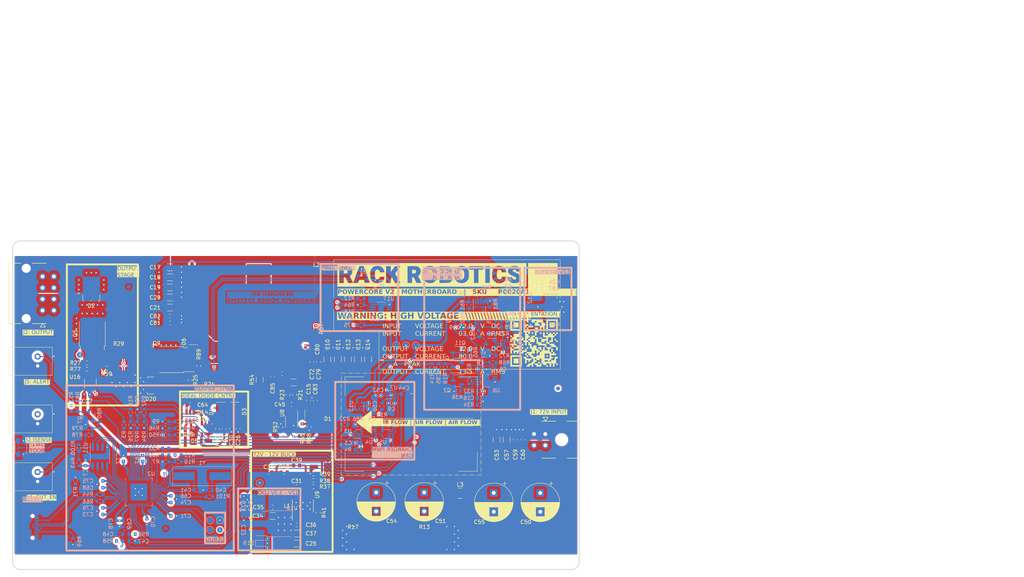
<source format=kicad_pcb>
(kicad_pcb (version 20221018) (generator pcbnew)

  (general
    (thickness 1.64)
  )

  (paper "A3")
  (title_block
    (title "PC-02 EDM PULSE GENERATOR")
    (company "DRAGONFLY POWER SYSTEMS")
  )

  (layers
    (0 "F.Cu" signal)
    (1 "In1.Cu" power)
    (2 "In2.Cu" signal)
    (3 "In3.Cu" signal)
    (4 "In4.Cu" power)
    (31 "B.Cu" signal)
    (32 "B.Adhes" user "B.Adhesive")
    (33 "F.Adhes" user "F.Adhesive")
    (34 "B.Paste" user)
    (35 "F.Paste" user)
    (36 "B.SilkS" user "B.Silkscreen")
    (37 "F.SilkS" user "F.Silkscreen")
    (38 "B.Mask" user)
    (39 "F.Mask" user)
    (40 "Dwgs.User" user "User.Drawings")
    (41 "Cmts.User" user "User.Comments")
    (42 "Eco1.User" user "User.Eco1")
    (43 "Eco2.User" user "User.Eco2")
    (44 "Edge.Cuts" user)
    (45 "Margin" user)
    (46 "B.CrtYd" user "B.Courtyard")
    (47 "F.CrtYd" user "F.Courtyard")
    (48 "B.Fab" user)
    (49 "F.Fab" user)
    (50 "User.1" user)
    (51 "User.2" user)
    (52 "User.3" user)
    (53 "User.4" user)
    (54 "User.5" user)
    (55 "User.6" user)
    (56 "User.7" user)
    (57 "User.8" user)
    (58 "User.9" user)
  )

  (setup
    (stackup
      (layer "F.SilkS" (type "Top Silk Screen") (color "White"))
      (layer "F.Paste" (type "Top Solder Paste"))
      (layer "F.Mask" (type "Top Solder Mask") (color "#000000CC") (thickness 0.01))
      (layer "F.Cu" (type "copper") (thickness 0.07))
      (layer "dielectric 1" (type "prepreg") (thickness 0.18) (material "FR4") (epsilon_r 4.29) (loss_tangent 0.02))
      (layer "In1.Cu" (type "copper") (thickness 0.035))
      (layer "dielectric 2" (type "core") (thickness 0.4) (material "FR4") (epsilon_r 4.29) (loss_tangent 0.02))
      (layer "In2.Cu" (type "copper") (thickness 0.035))
      (layer "dielectric 3" (type "prepreg") (thickness 0.18) (material "FR4") (epsilon_r 4.29) (loss_tangent 0.02))
      (layer "In3.Cu" (type "copper") (thickness 0.035))
      (layer "dielectric 4" (type "core") (thickness 0.4) (material "FR4") (epsilon_r 4.29) (loss_tangent 0.02))
      (layer "In4.Cu" (type "copper") (thickness 0.035))
      (layer "dielectric 5" (type "prepreg") (thickness 0.18) (material "FR4") (epsilon_r 4.29) (loss_tangent 0.02))
      (layer "B.Cu" (type "copper") (thickness 0.07))
      (layer "B.Mask" (type "Bottom Solder Mask") (color "#000000CC") (thickness 0.01))
      (layer "B.Paste" (type "Bottom Solder Paste"))
      (layer "B.SilkS" (type "Bottom Silk Screen") (color "White"))
      (copper_finish "ENIG")
      (dielectric_constraints no)
    )
    (pad_to_mask_clearance 0.0508)
    (solder_mask_min_width 0.0762)
    (aux_axis_origin 126.999998 193.999998)
    (pcbplotparams
      (layerselection 0x00010fc_ffffffff)
      (plot_on_all_layers_selection 0x0000000_00000000)
      (disableapertmacros false)
      (usegerberextensions true)
      (usegerberattributes false)
      (usegerberadvancedattributes false)
      (creategerberjobfile false)
      (dashed_line_dash_ratio 12.000000)
      (dashed_line_gap_ratio 3.000000)
      (svgprecision 4)
      (plotframeref false)
      (viasonmask false)
      (mode 1)
      (useauxorigin true)
      (hpglpennumber 1)
      (hpglpenspeed 20)
      (hpglpendiameter 15.000000)
      (dxfpolygonmode true)
      (dxfimperialunits true)
      (dxfusepcbnewfont true)
      (psnegative false)
      (psa4output false)
      (plotreference false)
      (plotvalue false)
      (plotinvisibletext false)
      (sketchpadsonfab false)
      (subtractmaskfromsilk true)
      (outputformat 1)
      (mirror false)
      (drillshape 0)
      (scaleselection 1)
      (outputdirectory "Gerbers/")
    )
  )

  (net 0 "")
  (net 1 "+3V3")
  (net 2 "GND")
  (net 3 "/CONTROLS/V_SENSE_FILTERED")
  (net 4 "/CONTROLS/V_SLOPE")
  (net 5 "VBUS")
  (net 6 "+12V")
  (net 7 "/CHARGER_POWER_STAGE/CHARGER_TEMP")
  (net 8 "/CONTROLS/CURRENT_TRIP")
  (net 9 "Net-(R49-Pad2)")
  (net 10 "/CONTROLS/OUTPUT_ISENSE_MICRO")
  (net 11 "Net-(Q10A-G)")
  (net 12 "Net-(U4-Pad2)")
  (net 13 "Net-(U8-IN)")
  (net 14 "+1V1")
  (net 15 "/MICRO/OUTPUT_STAGE_TEMP")
  (net 16 "/CHARGER_POWER_STAGE/VCAP")
  (net 17 "Net-(D7-A{slash}K)")
  (net 18 "/CONTROLS/CC_I_LIMIT")
  (net 19 "Net-(U9-BST)")
  (net 20 "Net-(U9-SW)")
  (net 21 "Net-(C38-Pad1)")
  (net 22 "Net-(U9-FB)")
  (net 23 "Net-(C40-Pad1)")
  (net 24 "/MICRO/XIN")
  (net 25 "/CONTROLS/V_CAP_SET")
  (net 26 "/CHARGER_POWER_STAGE/VSW")
  (net 27 "/CONTROLS/SLOPE_GENERATION/I_LIMIT_ADJUSTED")
  (net 28 "+5V")
  (net 29 "VDC")
  (net 30 "Net-(U7A--)")
  (net 31 "Net-(D3-K)")
  (net 32 "Net-(D5-A)")
  (net 33 "/CHARGER_POWER_STAGE/VHB_DIODE")
  (net 34 "/CHARGER_POWER_STAGE/VS_DIODE")
  (net 35 "Net-(Q3-G)")
  (net 36 "Net-(C84-Pad1)")
  (net 37 "Net-(C85-Pad2)")
  (net 38 "Net-(D1-K)")
  (net 39 "/CONNECTORS/ELECTRODE_-")
  (net 40 "Net-(D5-K)")
  (net 41 "/CONNECTORS/OUTPUT_ISENSE")
  (net 42 "/CONNECTORS/CUT_EN")
  (net 43 "/CONNECTORS/SHORT_ALERT")
  (net 44 "unconnected-(J6-VBUS-PadA4)")
  (net 45 "/CONNECTORS/USB_D_N")
  (net 46 "/CONNECTORS/USB_D_P")
  (net 47 "Net-(J6-CC1)")
  (net 48 "Net-(L2-Pad1)")
  (net 49 "/CONTROLS/OUTPUT_SHUNT_+")
  (net 50 "unconnected-(J6-SBU1-PadA8)")
  (net 51 "/CHARGER_POWER_STAGE/V_SHUNT_+")
  (net 52 "/CHARGER_POWER_STAGE/V_SHUNT_-")
  (net 53 "Net-(Q1-G)")
  (net 54 "Net-(Q2-G)")
  (net 55 "Net-(Q2-S)")
  (net 56 "Net-(Q2-D)")
  (net 57 "Net-(U16-IN)")
  (net 58 "Net-(U16-HO)")
  (net 59 "Net-(Q5-G)")
  (net 60 "Net-(Q7-G)")
  (net 61 "Net-(Q7-D)")
  (net 62 "/CHARGER_POWER_STAGE/VGH")
  (net 63 "Net-(Q9-G)")
  (net 64 "Net-(Q11-G)")
  (net 65 "Net-(U13-+)")
  (net 66 "Net-(U3-D)")
  (net 67 "Net-(U3-~{CLR})")
  (net 68 "/CONTROLS/CC_SLOPE_BLANKING")
  (net 69 "Net-(U6B-+)")
  (net 70 "/CHARGER_POWER_STAGE/CC_CHARGER_EN")
  (net 71 "/CONTROLS/SPARK_THRESHOLD_PWM")
  (net 72 "/MICRO/P_USB_P")
  (net 73 "/CONTROLS/OUTPUT_CURRENT_TRIP")
  (net 74 "Net-(R15-Pad2)")
  (net 75 "/MICRO/P_USB_N")
  (net 76 "Net-(J6-CC2)")
  (net 77 "Net-(U8-EN)")
  (net 78 "Net-(U8-HO)")
  (net 79 "/CHARGER_POWER_STAGE/CC_CHARGER_HI")
  (net 80 "/CHARGER_POWER_STAGE/VG_DIODE")
  (net 81 "/MICRO/OUTPUT_EN")
  (net 82 "/CONTROLS/CC_I_LIMIT_PWM")
  (net 83 "/CONTROLS/V_CAP_SET_PWM")
  (net 84 "Net-(R33-Pad1)")
  (net 85 "Net-(R38-Pad2)")
  (net 86 "Net-(U9-RT)")
  (net 87 "/MICRO/QSPI_SS")
  (net 88 "/CONTROLS/CC_CLK")
  (net 89 "Net-(U3-C)")
  (net 90 "Net-(U15A--)")
  (net 91 "unconnected-(J6-SBU2-PadB8)")
  (net 92 "/CONTROLS/VSENSE_TRIP")
  (net 93 "unconnected-(U6-Pad1)")
  (net 94 "/CONTROLS/CC_PWM_nEN")
  (net 95 "Net-(U15A-+)")
  (net 96 "Net-(U8-RDT)")
  (net 97 "Net-(U8-LO)")
  (net 98 "Net-(U15B-+)")
  (net 99 "Net-(U15B--)")
  (net 100 "Net-(R78-Pad2)")
  (net 101 "/MICRO/CUT_nEN")
  (net 102 "/CHARGER_POWER_STAGE/DIODE_ON")
  (net 103 "Net-(U14-IN)")
  (net 104 "/CHARGER_POWER_STAGE/GATE_BIAS_CLK")
  (net 105 "Net-(R100-Pad2)")
  (net 106 "/MICRO/XOUT")
  (net 107 "/CONNECTORS/SWCLK")
  (net 108 "/CONNECTORS/SWDIO")
  (net 109 "unconnected-(U2-GPIO23-Pad35)")
  (net 110 "unconnected-(U2-GPIO24-Pad36)")
  (net 111 "unconnected-(U2-GPIO16-Pad27)")
  (net 112 "unconnected-(U2-GPIO17-Pad28)")
  (net 113 "unconnected-(U2-GPIO18-Pad29)")
  (net 114 "unconnected-(U2-GPIO19-Pad30)")
  (net 115 "unconnected-(U2-GPIO20-Pad31)")
  (net 116 "unconnected-(U2-GPIO21-Pad32)")
  (net 117 "unconnected-(U2-GPIO22-Pad34)")
  (net 118 "unconnected-(U2-GPIO25-Pad37)")
  (net 119 "Net-(U11-~{RST}(IO3))")
  (net 120 "Net-(U11-CLK)")
  (net 121 "Net-(U11-DI(IO0))")
  (net 122 "Net-(U11-~{WP}(IO2))")
  (net 123 "Net-(U11-DO(IO1))")
  (net 124 "unconnected-(U8-NC-Pad5)")
  (net 125 "unconnected-(U9-PGOOD-Pad6)")
  (net 126 "Net-(U17A-+)")
  (net 127 "Net-(U17A--)")
  (net 128 "/CONTROLS/VSENSE_BUFFERED")
  (net 129 "Net-(C51-Pad2)")
  (net 130 "Net-(R62-Pad1)")
  (net 131 "Net-(D7-A)")
  (net 132 "Net-(D7-K)")
  (net 133 "unconnected-(U17-Pad7)")
  (net 134 "Net-(J5-Pad1)")
  (net 135 "Net-(Q5-S)")
  (net 136 "/CONTROLS/OUTPUT_SHUNT_-")
  (net 137 "Net-(D19-K)")
  (net 138 "unconnected-(U2-GPIO7-Pad9)")
  (net 139 "unconnected-(U2-GPIO8-Pad11)")

  (footprint "NET_TIES:NET_TIE_SMD_10mil" (layer "F.Cu") (at 180.339998 137.269 90))

  (footprint "SMD_INDUCTORS:PQ2617BHA" (layer "F.Cu") (at 192.150998 123.514998))

  (footprint "CONNECTORS:0430450822" (layer "F.Cu") (at 130.599998 120.914999 -90))

  (footprint "SMD_INDUCTORS:VLS6045EX" (layer "F.Cu") (at 196.849998 172.823998 180))

  (footprint "Capacitor_SMD:C_0603_1608Metric" (layer "F.Cu") (at 183.015998 156.788998 -90))

  (footprint "Capacitor_SMD:C_0603_1608Metric" (layer "F.Cu") (at 194.817998 168.251998 180))

  (footprint (layer "F.Cu") (at 174.498 113.157))

  (footprint "CONNECTORS:S2B-XH-A-1" (layer "F.Cu") (at 133.61432 154.149998 90))

  (footprint "Capacitor_SMD:C_0603_1608Metric" (layer "F.Cu") (at 200.786998 150.311998 180))

  (footprint "Capacitor_SMD:C_0603_1608Metric" (layer "F.Cu") (at 262.128 159.639 90))

  (footprint "Capacitor_SMD:C_0603_1608Metric" (layer "F.Cu") (at 173.998998 150.375498))

  (footprint "Resistor_SMD:R_1206_3216Metric" (layer "F.Cu") (at 201.421998 144.469998 180))

  (footprint "Capacitor_SMD:C_1206_3216Metric" (layer "F.Cu") (at 221.106998 138.373998 90))

  (footprint "DFN_QFN:INFINEON_TSDSON-8-25" (layer "F.Cu") (at 203.072998 140.151998 -90))

  (footprint "Capacitor_SMD:C_0603_1608Metric" (layer "F.Cu") (at 146.697998 147.644998))

  (footprint "NET_TIES:NET_TIE_SMD_10mil" (layer "F.Cu") (at 156.336998 137.777 90))

  (footprint "Resistor_SMD:R_0603_1608Metric" (layer "F.Cu") (at 206.629 172.085 180))

  (footprint "Capacitor_SMD:C_0603_1608Metric" (layer "F.Cu") (at 173.490998 156.725498))

  (footprint "Resistor_SMD:R_0603_1608Metric" (layer "F.Cu") (at 199.897998 147.771998 -90))

  (footprint "Resistor_SMD:R_0603_1608Metric" (layer "F.Cu") (at 176.276 140.081 90))

  (footprint "Capacitor_SMD:C_1206_3216Metric" (layer "F.Cu") (at 255.143 159.639 90))

  (footprint "Resistor_SMD:R_0603_1608Metric" (layer "F.Cu") (at 203.707998 156.280998 90))

  (footprint "MountingHole:MountingHole_2.1mm" (layer "F.Cu") (at 202 191.897))

  (footprint "Package_TO_SOT_SMD:TO-277A" (layer "F.Cu") (at 147.827998 119.689998 180))

  (footprint "Resistor_SMD:R_0603_1608Metric" (layer "F.Cu") (at 181.237998 156.788998 -90))

  (footprint "GRAPHICS:PC-02_P-02_artwork_zone_1_and_2_[24.01.06]" (layer "F.Cu")
    (tstamp 37409382-124f-4f38-8e57-82a2de416ef6)
    (at 212 112)
    (attr smd)
    (fp_text reference "REF**" (at 43 -2 unlocked) (layer "F.SilkS") hide
        (effects (font (size 1 1) (thickness 0.1)))
      (tstamp 686e2e7e-f1b3-4265-a260-84f42c589786)
    )
    (fp_text value "PC-02_P-02_artwork_zone_1,2_[24.01.06]" (at 17 -2 unlocked) (layer "F.Fab")
        (effects (font (size 1 1) (thickness 0.15)))
      (tstamp 56b288d1-e2ab-454c-84c1-cb972ee18093)
    )
    (fp_text user "WARNING: HIGH VOLTAGE  \\\\\\\\\\\\\\\\\\\\\\\\\\\\\\\\\\\\\\\\\\" (at 1 14 unlocked) (layer "F.SilkS" knockout)
        (effects (font (face "Bahnschrift") (size 1.6 1.6) (thickness 0.2) bold) (justify left top))
      (tstamp 20919b95-5bb2-420f-aeb8-5a0cb67fc80a)
      (render_cache "WARNING: HIGH VOLTAGE  \\\\\\\\\\\\\\\\\\\\\\\\\\\\\\\\\\\\\\\\\\" 0
        (polygon
          (pts
            (xy 213.545931 127.256496)            (xy 213.871849 126.009881)            (xy 214.025038 126.009881)            (xy 214.350956 127.256496)
            (xy 214.631933 126.009881)            (xy 214.86367 126.009881)            (xy 214.475617 127.6)            (xy 214.247787 127.6)
            (xy 213.954696 126.488597)            (xy 213.648709 127.6)            (xy 213.42127 127.6)            (xy 213.032826 126.009881)
            (xy 213.264563 126.009881)
          )
        )
        (polygon
          (pts
            (xy 214.841395 127.6)            (xy 215.427578 126.009881)            (xy 215.617892 126.009881)            (xy 216.204075 127.6)
            (xy 215.96374 127.6)            (xy 215.52293 126.317041)            (xy 215.082121 127.6)
          )
        )
        (polygon
          (pts
            (xy 215.11143 127.251025)            (xy 215.11143 127.038827)            (xy 215.948108 127.038827)            (xy 215.948108 127.251025)
          )
        )
        (polygon
          (pts
            (xy 216.540935 126.927452)            (xy 216.540935 126.715254)            (xy 217.083349 126.715254)            (xy 217.101257 126.71466)
            (xy 217.118493 126.712877)            (xy 217.135055 126.709906)            (xy 217.150943 126.705747)            (xy 217.166159 126.700399)
            (xy 217.180701 126.693863)            (xy 217.19457 126.686139)            (xy 217.207766 126.677226)            (xy 217.220289 126.667124)
            (xy 217.232139 126.655835)            (xy 217.239665 126.647648)            (xy 217.25021 126.634514)            (xy 217.259718 126.62061)
            (xy 217.268189 126.605937)            (xy 217.275623 126.590495)            (xy 217.28202 126.574283)            (xy 217.287379 126.557302)
            (xy 217.291701 126.539552)            (xy 217.294986 126.521032)            (xy 217.297233 126.501743)            (xy 217.298443 126.481685)
            (xy 217.298674 126.467885)            (xy 217.298155 126.447387)            (xy 217.296599 126.427658)            (xy 217.294006 126.408699)
            (xy 217.290375 126.390509)            (xy 217.285708 126.373088)            (xy 217.280003 126.356437)            (xy 217.273261 126.340555)
            (xy 217.265481 126.325443)            (xy 217.256664 126.311099)            (xy 217.24681 126.297526)            (xy 217.239665 126.288904)
            (xy 217.228264 126.276752)            (xy 217.21619 126.265795)            (xy 217.203443 126.256034)            (xy 217.190022 126.247468)
            (xy 217.175929 126.240097)            (xy 217.161162 126.233922)            (xy 217.145722 126.228942)            (xy 217.129609 126.225157)
            (xy 217.112822 126.222567)            (xy 217.095363 126.221172)            (xy 217.083349 126.220907)            (xy 216.540935 126.220907)
            (xy 216.540935 126.008709)            (xy 217.074752 126.008709)            (xy 217.091957 126.008933)            (xy 217.108891 126.009606)
            (xy 217.125553 126.010728)            (xy 217.141943 126.012299)            (xy 217.158061 126.014318)            (xy 217.173908 126.016787)
            (xy 217.189483 126.019704)            (xy 217.204787 126.02307)            (xy 217.227232 126.02896)            (xy 217.249066 126.035861)
            (xy 217.270289 126.043771)            (xy 217.290901 126.052691)            (xy 217.310901 126.06262)            (xy 217.317431 126.066154)
            (xy 217.336513 126.077324)            (xy 217.354778 126.08929)            (xy 217.372225 126.102054)            (xy 217.388854 126.115614)
            (xy 217.404666 126.12997)            (xy 217.419661 126.145124)            (xy 217.433838 126.161075)            (xy 217.447198 126.177822)
            (xy 217.45974 126.195367)            (xy 217.471465 126.213708)            (xy 217.478827 126.226378)            (xy 217.489093 126.245964)
            (xy 217.49835 126.266183)            (xy 217.506596 126.287034)            (xy 217.513833 126.308517)            (xy 217.52006 126.330631)
            (xy 217.525278 126.353378)            (xy 217.528195 126.368893)            (xy 217.530663 126.38469)            (xy 217.532683 126.400767)
            (xy 217.534253 126.417125)            (xy 217.535375 126.433764)            (xy 217.536049 126.450684)            (xy 217.536273 126.467885)
            (xy 217.536046 126.484994)            (xy 217.535363 126.501835)            (xy 217.534226 126.518407)            (xy 217.532634 126.53471)
            (xy 217.530587 126.550744)            (xy 217.528085 126.56651)            (xy 217.525128 126.582008)            (xy 217.51984 126.60475)
            (xy 217.513528 126.626887)            (xy 217.506193 126.64842)            (xy 217.497834 126.669349)            (xy 217.488451 126.689673)
            (xy 217.478046 126.709392)            (xy 217.466799 126.728335)            (xy 217.454749 126.746473)            (xy 217.441896 126.763808)
            (xy 217.428238 126.780339)            (xy 217.413777 126.796066)            (xy 217.398512 126.81099)            (xy 217.382444 126.82511)
            (xy 217.365572 126.838426)            (xy 217.347896 126.850938)            (xy 217.329416 126.862647)            (xy 217.31665 126.870006)
            (xy 217.296993 126.880273)            (xy 217.276712 126.889529)            (xy 217.255805 126.897776)            (xy 217.234273 126.905013)
            (xy 217.212116 126.91124)            (xy 217.189334 126.916457)            (xy 217.173798 126.919374)            (xy 217.157985 126.921842)
            (xy 217.141894 126.923862)            (xy 217.125525 126.925433)            (xy 217.108879 126.926555)            (xy 217.091954 126.927228)
            (xy 217.074752 126.927452)
          )
        )
        (polygon
          (pts
            (xy 216.443628 127.6)            (xy 216.443628 126.008709)            (xy 216.666769 126.008709)            (xy 216.666769 127.6)
          )
        )
        (polygon
          (pts
            (xy 217.338143 127.6)            (xy 216.973928 126.878213)            (xy 217.195896 126.827801)            (xy 217.603098 127.6)
          )
        )
        (polygon
          (pts
            (xy 217.903614 127.598827)            (xy 217.903614 126.009881)            (xy 218.106043 126.009881)            (xy 218.883712 127.238911)
            (xy 218.857138 127.267438)            (xy 218.857138 126.009881)            (xy 219.078325 126.009881)            (xy 219.078325 127.598827)
            (xy 218.873551 127.598827)            (xy 218.098227 126.388164)            (xy 218.12441 126.359637)            (xy 218.12441 127.598827)
          )
        )
        (polygon
          (pts
            (xy 219.694598 126.009881)            (xy 219.694598 127.6)            (xy 219.471458 127.6)            (xy 219.471458 126.009881)
          )
        )
        (polygon
          (pts
            (xy 220.087341 127.598827)            (xy 220.087341 126.009881)            (xy 220.289769 126.009881)            (xy 221.067438 127.238911)
            (xy 221.040865 127.267438)            (xy 221.040865 126.009881)            (xy 221.262051 126.009881)            (xy 221.262051 127.598827)
            (xy 221.057278 127.598827)            (xy 220.281953 126.388164)            (xy 220.308136 126.359637)            (xy 220.308136 127.598827)
          )
        )
        (polygon
          (pts
            (xy 222.190956 126.743782)            (xy 222.742358 126.743782)            (xy 222.742358 127.021242)            (xy 222.742086 127.043486)
            (xy 222.741271 127.065376)            (xy 222.739913 127.086912)            (xy 222.738011 127.108094)            (xy 222.735565 127.128922)
            (xy 222.732576 127.149396)            (xy 222.729044 127.169515)            (xy 222.724968 127.189281)            (xy 222.720349 127.208692)
            (xy 222.715186 127.227749)            (xy 222.70948 127.246452)            (xy 222.70323 127.264801)            (xy 222.696437 127.282795)
            (xy 222.689101 127.300436)            (xy 222.681221 127.317722)            (xy 222.672798 127.334654)            (xy 222.663888 127.351174)
            (xy 222.654547 127.367224)            (xy 222.644776 127.382803)            (xy 222.634574 127.397913)            (xy 222.623942 127.412552)
            (xy 222.612879 127.426721)            (xy 222.601386 127.44042)            (xy 222.589462 127.453649)            (xy 222.577108 127.466408)
            (xy 222.564323 127.478696)            (xy 222.551108 127.490515)            (xy 222.537463 127.501863)            (xy 222.523387 127.512741)
            (xy 222.50888 127.523148)            (xy 222.493943 127.533086)            (xy 222.478576 127.542554)            (xy 222.462822 127.551497)
            (xy 222.446727 127.559864)            (xy 222.430289 127.567654)            (xy 222.41351 127.574867)            (xy 222.396388 127.581503)
            (xy 222.378925 127.587561)            (xy 222.36112 127.593043)            (xy 222.342972 127.597948)            (xy 222.324483 127.602276)
            (xy 222.305652 127.606026)            (xy 222.286479 127.6092)            (xy 222.266964 127.611796)            (xy 222.247107 127.613816)
            (xy 222.226908 127.615259)            (xy 222.206367 127.616124)            (xy 222.185484 127.616413)            (xy 222.164451 127.616142)
            (xy 222.14375 127.615332)            (xy 222.123381 127.613981)            (xy 222.103346 127.61209)            (xy 222.083643 127.609658)
            (xy 222.064273 127.606686)            (xy 222.045236 127.603173)            (xy 222.026531 127.59912)            (xy 222.00816 127.594527)
            (xy 221.990121 127.589393)            (xy 221.972415 127.583719)            (xy 221.955041 127.577505)            (xy 221.938001 127.57075)
            (xy 221.921293 127.563455)            (xy 221.904918 127.555619)            (xy 221.888876 127.547243)            (xy 221.87327 127.538327)
            (xy 221.858107 127.528968)            (xy 221.843387 127.519166)            (xy 221.82911 127.508921)            (xy 221.815275 127.498234)
            (xy 221.801883 127.487104)            (xy 221.788933 127.475532)            (xy 221.776427 127.463517)            (xy 221.764363 127.451059)
            (xy 221.752741 127.438158)            (xy 221.741562 127.424815)            (xy 221.730826 127.411029)            (xy 221.720533 127.3968)
            (xy 221.710683 127.382129)            (xy 221.701275 127.367015)            (xy 221.692309 127.351458)            (xy 221.683839 127.335468)
            (xy 221.675915 127.319151)            (xy 221.668537 127.302507)            (xy 221.661706 127.285537)            (xy 221.655421 127.26824)
            (xy 221.649683 127.250616)            (xy 221.644491 127.232666)            (xy 221.639846 127.214389)            (xy 221.635747 127.195785)
            (xy 221.632195 127.176855)            (xy 221.629189 127.157598)            (xy 221.62673 127.138014)            (xy 221.624817 127.118104)
            (xy 221.623451 127.097867)            (xy 221.622631 127.077303)            (xy 221.622358 127.056413)            (xy 221.622358 126.587076)
            (xy 221.622628 126.564834)            (xy 221.623439 126.542953)            (xy 221.62479 126.521432)            (xy 221.626681 126.500272)
            (xy 221.629113 126.479471)            (xy 221.632085 126.459031)            (xy 221.635598 126.438951)            (xy 221.639651 126.419232)
            (xy 221.644244 126.399873)            (xy 221.649378 126.380874)            (xy 221.655052 126.362235)            (xy 221.661266 126.343956)
            (xy 221.668021 126.326038)            (xy 221.675316 126.30848)            (xy 221.683152 126.291282)            (xy 221.691528 126.274445)
            (xy 221.700438 126.257974)            (xy 221.709779 126.241973)            (xy 221.71955 126.226442)            (xy 221.729752 126.211381)
            (xy 221.740384 126.196791)            (xy 221.751447 126.18267)            (xy 221.76294 126.16902)            (xy 221.774863 126.15584)
            (xy 221.787218 126.143131)            (xy 221.800002 126.130891)            (xy 221.813217 126.119122)            (xy 221.826863 126.107822)
            (xy 221.840939 126.096993)            (xy 221.855445 126.086634)            (xy 221.870382 126.076745)            (xy 221.88575 126.067327)
            (xy 221.901503 126.058383)            (xy 221.917599 126.050016)            (xy 221.934036 126.042226)            (xy 221.950816 126.035013)
            (xy 221.967937 126.028378)            (xy 221.985401 126.022319)            (xy 222.003206 126.016837)            (xy 222.021353 126.011933)
            (xy 222.039842 126.007605)            (xy 222.058674 126.003854)            (xy 222.077847 126.000681)            (xy 222.097362 125.998084)
            (xy 222.117219 125.996064)            (xy 222.137418 125.994622)            (xy 222.157958 125.993756)            (xy 222.178841 125.993468)
            (xy 222.196133 125.993698)            (xy 222.21323 125.99439)            (xy 222.230132 125.995542)            (xy 222.246838 125.997156)
            (xy 222.263349 125.99923)            (xy 222.279665 126.001766)            (xy 222.295785 126.004762)            (xy 222.311709 126.00822)
            (xy 222.327438 126.012139)            (xy 222.342972 126.016518)            (xy 222.358311 126.021359)            (xy 222.373454 126.02666)
            (xy 222.388401 126.032423)            (xy 222.403154 126.038647)            (xy 222.417711 126.045331)            (xy 222.432072 126.052477)
            (xy 222.44624 126.060038)            (xy 222.460117 126.067968)            (xy 222.473705 126.076268)            (xy 222.487002 126.084937)
            (xy 222.50001 126.093975)            (xy 222.512727 126.103383)            (xy 222.525155 126.11316)            (xy 222.537292 126.123307)
            (xy 222.549139 126.133823)            (xy 222.560696 126.144709)            (xy 222.571964 126.155964)            (xy 222.582941 126.167588)
            (xy 222.593628 126.179582)            (xy 222.604025 126.191946)            (xy 222.614132 126.204678)            (xy 222.623949 126.21778)
            (xy 222.633473 126.23116)            (xy 222.642603 126.244824)            (xy 222.65134 126.258772)            (xy 222.659682 126.273004)
            (xy 222.667631 126.287519)            (xy 222.675185 126.302319)            (xy 222.682346 126.317402)            (xy 222.689113 126.33277)
            (xy 222.695486 126.348421)            (xy 222.701466 126.364357)            (xy 222.707051 126.380576)            (xy 222.712243 126.397079)
            (xy 222.717041 126.413866)            (xy 222.721445 126.430937)            (xy 222.725455 126.448292)            (xy 222.729071 126.465931)
            (xy 222.487564 126.465931)            (xy 222.483479 126.450674)            (xy 222.476504 126.42864)            (xy 222.468513 126.40763)
            (xy 222.459505 126.387644)            (xy 222.44948 126.368681)            (xy 222.438439 126.350742)            (xy 222.426381 126.333826)
            (xy 222.413307 126.317934)            (xy 222.399215 126.303065)            (xy 222.384107 126.28922)            (xy 222.367983 126.276399)
            (xy 222.351313 126.264666)            (xy 222.334424 126.254087)            (xy 222.317315 126.244662)            (xy 222.299986 126.236392)
            (xy 222.282437 126.229275)            (xy 222.264668 126.223312)            (xy 222.24668 126.218504)            (xy 222.228471 126.214849)
            (xy 222.210043 126.212349)            (xy 222.191395 126.211003)            (xy 222.178841 126.210746)            (xy 222.160508 126.211151)
            (xy 222.142632 126.212364)            (xy 222.125215 126.214387)            (xy 222.108255 126.217219)            (xy 222.091753 126.220859)
            (xy 222.07571 126.225309)            (xy 222.060124 126.230568)            (xy 222.044996 126.236636)            (xy 222.030326 126.243513)
            (xy 222.016114 126.251199)            (xy 222.00236 126.259694)            (xy 221.989064 126.268998)            (xy 221.976226 126.279111)
            (xy 221.963846 126.290034)            (xy 221.951924 126.301765)            (xy 221.94046 126.314305)            (xy 221.929623 126.327461)
            (xy 221.919486 126.341135)            (xy 221.910047 126.355329)            (xy 221.901308 126.370041)            (xy 221.893268 126.385273)
            (xy 221.885927 126.401024)            (xy 221.879285 126.417293)            (xy 221.873342 126.434082)            (xy 221.868099 126.45139)
            (xy 221.863554 126.469216)            (xy 221.859709 126.487562)            (xy 221.856563 126.506427)            (xy 221.854116 126.52581)
            (xy 221.852368 126.545713)            (xy 221.851319 126.566135)            (xy 221.850969 126.587076)            (xy 221.850969 127.056413)
            (xy 221.851328 127.075566)            (xy 221.852404 127.09424)            (xy 221.854198 127.112434)            (xy 221.856709 127.13015)
            (xy 221.859938 127.147385)            (xy 221.863884 127.164142)            (xy 221.868547 127.180419)            (xy 221.873928 127.196217)
            (xy 221.880027 127.211536)            (xy 221.886843 127.226375)            (xy 221.894376 127.240735)            (xy 221.902627 127.254616)
            (xy 221.911595 127.268017)            (xy 221.921281 127.280939)            (xy 221.931684 127.293382)            (xy 221.942805 127.305345)
            (xy 221.954515 127.316655)            (xy 221.966686 127.327235)            (xy 221.979318 127.337086)            (xy 221.992411 127.346207)
            (xy 222.005964 127.354598)            (xy 222.019979 127.36226)            (xy 222.034455 127.369192)            (xy 222.049392 127.375394)
            (xy 222.06479 127.380866)            (xy 222.080649 127.385609)            (xy 222.096969 127.389622)            (xy 222.11375 127.392906)
            (xy 222.130992 127.39546)            (xy 222.148695 127.397284)            (xy 222.166859 127.398379)            (xy 222.185484 127.398743)
            (xy 222.203864 127.398359)            (xy 222.221779 127.397205)            (xy 222.23923 127.395281)            (xy 222.256217 127.392588)
            (xy 222.27274 127.389126)            (xy 222.288799 127.384895)            (xy 222.304394 127.379894)            (xy 222.319525 127.374124)
            (xy 222.334192 127.367584)            (xy 222.348394 127.360275)            (xy 222.362133 127.352197)            (xy 222.375408 127.343349)
            (xy 222.388218 127.333732)            (xy 222.400565 127.323346)            (xy 222.412447 127.31219)            (xy 222.423866 127.300265)
            (xy 222.43475 127.287653)            (xy 222.444931 127.274436)            (xy 222.454411 127.260615)            (xy 222.463189 127.246189)
            (xy 222.471264 127.231159)            (xy 222.478637 127.215525)            (xy 222.485308 127.199286)            (xy 222.491277 127.182442)
            (xy 222.496543 127.164994)            (xy 222.501107 127.146941)            (xy 222.504969 127.128284)            (xy 222.508129 127.109023)
            (xy 222.510587 127.089156)            (xy 222.512342 127.068686)            (xy 222.513396 127.047611)            (xy 222.513747 127.025931)
            (xy 222.513747 126.956762)            (xy 222.190956 126.956762)
          )
        )
        (polygon
          (pts
            (xy 222.976831 127.6)            (xy 222.976831 127.365917)            (xy 223.210914 127.365917)            (xy 223.210914 127.6)
          )
        )
        (polygon
          (pts
            (xy 222.976831 126.699623)            (xy 222.976831 126.46554)            (xy 223.210914 126.46554)            (xy 223.210914 126.699623)
          )
        )
        (polygon
          (pts
            (xy 225.047229 127.6)            (xy 225.047229 126.009881)            (xy 225.270369 126.009881)            (xy 225.270369 127.6)
          )
        )
        (polygon
          (pts
            (xy 224.143726 127.6)            (xy 224.143726 126.009881)            (xy 224.366866 126.009881)            (xy 224.366866 127.6)
          )
        )
        (polygon
          (pts
            (xy 224.282456 126.923154)            (xy 224.282456 126.710956)            (xy 225.165247 126.710956)            (xy 225.165247 126.923154)
          )
        )
        (polygon
          (pts
            (xy 225.886252 126.009881)            (xy 225.886252 127.6)            (xy 225.663112 127.6)            (xy 225.663112 126.009881)
          )
        )
        (polygon
          (pts
            (xy 226.814766 126.743782)            (xy 227.366168 126.743782)            (xy 227.366168 127.021242)            (xy 227.365897 127.043486)
            (xy 227.365081 127.065376)            (xy 227.363723 127.086912)            (xy 227.361821 127.108094)            (xy 227.359375 127.128922)
            (xy 227.356386 127.149396)            (xy 227.352854 127.169515)            (xy 227.348778 127.189281)            (xy 227.344159 127.208692)
            (xy 227.338996 127.227749)            (xy 227.33329 127.246452)            (xy 227.327041 127.264801)            (xy 227.320248 127.282795)
            (xy 227.312911 127.300436)            (xy 227.305031 127.317722)            (xy 227.296608 127.334654)            (xy 227.287698 127.351174)
            (xy 227.278357 127.367224)            (xy 227.268586 127.382803)            (xy 227.258384 127.397913)            (xy 227.247752 127.412552)
            (xy 227.236689 127.426721)            (xy 227.225196 127.44042)            (xy 227.213272 127.453649)            (xy 227.200918 127.466408)
            (xy 227.188134 127.478696)            (xy 227.174919 127.490515)            (xy 227.161273 127.501863)            (xy 227.147197 127.512741)
            (xy 227.132691 127.523148)            (xy 227.117754 127.533086)            (xy 227.102386 127.542554)            (xy 227.086632 127.551497)
            (xy 227.070537 127.559864)            (xy 227.054099 127.567654)            (xy 227.03732 127.574867)            (xy 227.020198 127.581503)
            (xy 227.002735 127.587561)            (xy 226.98493 127.593043)            (xy 226.966782 127.597948)            (xy 226.948293 127.602276)
            (xy 226.929462 127.606026)            (xy 226.910289 127.6092)            (xy 226.890774 127.611796)            (xy 226.870917 127.613816)
            (xy 226.850718 127.615259)            (xy 226.830177 127.616124)            (xy 226.809295 127.616413)            (xy 226.788261 127.616142)
            (xy 226.76756 127.615332)            (xy 226.747191 127.613981)            (xy 226.727156 127.61209)            (xy 226.707453 127.609658)
            (xy 226.688083 127.606686)            (xy 226.669046 127.603173)            (xy 226.650341 127.59912)            (xy 226.63197 127.594527)
            (xy 226.613931 127.589393)            (xy 226.596225 127.583719)            (xy 226.578852 127.577505)            (xy 226.561811 127.57075)
            (xy 226.545103 127.563455)            (xy 226.528728 127.555619)            (xy 226.512686 127.547243)            (xy 226.497081 127.538327)
            (xy 226.481918 127.528968)            (xy 226.467197 127.519166)            (xy 226.45292 127.508921)            (xy 226.439085 127.498234)
            (xy 226.425693 127.487104)            (xy 226.412744 127.475532)            (xy 226.400237 127.463517)            (xy 226.388173 127.451059)
            (xy 226.376551 127.438158)            (xy 226.365373 127.424815)            (xy 226.354637 127.411029)            (xy 226.344343 127.3968)
            (xy 226.334493 127.382129)            (xy 226.325085 127.367015)            (xy 226.31612 127.351458)            (xy 226.307649 127.335468)
            (xy 226.299725 127.319151)            (xy 226.292347 127.302507)            (xy 226.285516 127.285537)            (xy 226.279231 127.26824)
            (xy 226.273493 127.250616)            (xy 226.268301 127.232666)            (xy 226.263656 127.214389)            (xy 226.259557 127.195785)
            (xy 226.256005 127.176855)            (xy 226.253 127.157598)            (xy 226.25054 127.138014)            (xy 226.248628 127.118104)
            (xy 226.247261 127.097867)            (xy 226.246442 127.077303)            (xy 226.246168 127.056413)            (xy 226.246168 126.587076)
            (xy 226.246439 126.564834)            (xy 226.247249 126.542953)            (xy 226.2486 126.521432)            (xy 226.250491 126.500272)
            (xy 226.252923 126.479471)            (xy 226.255895 126.459031)            (xy 226.259408 126.438951)            (xy 226.263461 126.419232)
            (xy 226.268054 126.399873)            (xy 226.273188 126.380874)            (xy 226.278862 126.362235)            (xy 226.285076 126.343956)
            (xy 226.291831 126.326038)            (xy 226.299126 126.30848)            (xy 226.306962 126.291282)            (xy 226.315338 126.274445)
            (xy 226.324248 126.257974)            (xy 226.333589 126.241973)            (xy 226.34336 126.226442)            (xy 226.353562 126.211381)
            (xy 226.364194 126.196791)            (xy 226.375257 126.18267)            (xy 226.38675 126.16902)            (xy 226.398674 126.15584)
            (xy 226.411028 126.143131)            (xy 226.423812 126.130891)            (xy 226.437027 126.119122)            (xy 226.450673 126.107822)
            (xy 226.464749 126.096993)            (xy 226.479255 126.086634)            (xy 226.494192 126.076745)            (xy 226.50956 126.067327)
            (xy 226.525314 126.058383)            (xy 226.541409 126.050016)            (xy 226.557847 126.042226)            (xy 226.574626 126.035013)
            (xy 226.591748 126.028378)            (xy 226.609211 126.022319)            (xy 226.627016 126.016837)            (xy 226.645163 126.011933)
            (xy 226.663653 126.007605)            (xy 226.682484 126.003854)            (xy 226.701657 126.000681)            (xy 226.721172 125.998084)
            (xy 226.741029 125.996064)            (xy 226.761228 125.994622)            (xy 226.781769 125.993756)            (xy 226.802651 125.993468)
            (xy 226.819944 125.993698)            (xy 226.837041 125.99439)            (xy 226.853942 125.995542)            (xy 226.870648 125.997156)
            (xy 226.887159 125.99923)            (xy 226.903475 126.001766)            (xy 226.919595 126.004762)            (xy 226.935519 126.00822)
            (xy 226.951249 126.012139)            (xy 226.966782 126.016518)            (xy 226.982121 126.021359)            (xy 226.997264 126.02666)
            (xy 227.012212 126.032423)            (xy 227.026964 126.038647)            (xy 227.041521 126.045331)            (xy 227.055882 126.052477)
            (xy 227.07005 126.060038)            (xy 227.083927 126.067968)            (xy 227.097515 126.076268)            (xy 227.110812 126.084937)
            (xy 227.12382 126.093975)            (xy 227.136537 126.103383)            (xy 227.148965 126.11316)            (xy 227.161102 126.123307)
            (xy 227.172949 126.133823)            (xy 227.184507 126.144709)            (xy 227.195774 126.155964)            (xy 227.206751 126.167588)
            (xy 227.217438 126.179582)            (xy 227.227835 126.191946)            (xy 227.237942 126.204678)            (xy 227.247759 126.21778)
            (xy 227.257283 126.23116)            (xy 227.266413 126.244824)            (xy 227.27515 126.258772)            (xy 227.283492 126.273004)
            (xy 227.291441 126.287519)            (xy 227.298995 126.302319)            (xy 227.306156 126.317402)            (xy 227.312923 126.33277)
            (xy 227.319297 126.348421)            (xy 227.325276 126.364357)            (xy 227.330862 126.380576)            (xy 227.336053 126.397079)
            (xy 227.340851 126.413866)            (xy 227.345255 126.430937)            (xy 227.349265 126.448292)            (xy 227.352882 126.465931)
            (xy 227.111374 126.465931)            (xy 227.107289 126.450674)            (xy 227.100315 126.42864)            (xy 227.092323 126.40763)
            (xy 227.083315 126.387644)            (xy 227.073291 126.368681)            (xy 227.062249 126.350742)            (xy 227.050191 126.333826)
            (xy 227.037117 126.317934)            (xy 227.023025 126.303065)            (xy 227.007918 126.28922)            (xy 226.991793 126.276399)
            (xy 226.975123 126.264666)            (xy 226.958234 126.254087)            (xy 226.941125 126.244662)            (xy 226.923796 126.236392)
            (xy 226.906247 126.229275)            (xy 226.888478 126.223312)            (xy 226.87049 126.218504)            (xy 226.852281 126.214849)
            (xy 226.833853 126.212349)            (xy 226.815205 126.211003)            (xy 226.802651 126.210746)            (xy 226.784318 126.211151)
            (xy 226.766442 126.212364)            (xy 226.749025 126.214387)            (xy 226.732065 126.217219)            (xy 226.715563 126.220859)
            (xy 226.69952 126.225309)            (xy 226.683934 126.230568)            (xy 226.668806 126.236636)            (xy 226.654136 126.243513)
            (xy 226.639924 126.251199)            (xy 226.626171 126.259694)            (xy 226.612875 126.268998)            (xy 226.600037 126.279111)
            (xy 226.587657 126.290034)            (xy 226.575734 126.301765)            (xy 226.56427 126.314305)            (xy 226.553434 126.327461)
            (xy 226.543296 126.341135)            (xy 226.533857 126.355329)            (xy 226.525118 126.370041)            (xy 226.517078 126.385273)
            (xy 226.509737 126.401024)            (xy 226.503095 126.417293)            (xy 226.497152 126.434082)            (xy 226.491909 126.45139)
            (xy 226.487364 126.469216)            (xy 226.483519 126.487562)            (xy 226.480373 126.506427)            (xy 226.477926 126.52581)
            (xy 226.476178 126.545713)            (xy 226.475129 126.566135)            (xy 226.47478 126.587076)            (xy 226.47478 127.056413)
            (xy 226.475138 127.075566)            (xy 226.476215 127.09424)            (xy 226.478008 127.112434)            (xy 226.480519 127.13015)
            (xy 226.483748 127.147385)            (xy 226.487694 127.164142)            (xy 226.492358 127.180419)            (xy 226.497739 127.196217)
            (xy 226.503837 127.211536)            (xy 226.510653 127.226375)            (xy 226.518186 127.240735)            (xy 226.526437 127.254616)
            (xy 226.535405 127.268017)            (xy 226.545091 127.280939)            (xy 226.555494 127.293382)            (xy 226.566615 127.305345)
            (xy 226.578325 127.316655)            (xy 226.590496 127.327235)            (xy 226.603128 127.337086)            (xy 226.616221 127.346207)
            (xy 226.629775 127.354598)            (xy 226.64379 127.36226)            (xy 226.658266 127.369192)            (xy 226.673203 127.375394)
            (xy 226.688601 127.380866)            (xy 226.70446 127.385609)            (xy 226.72078 127.389622)            (xy 226.737561 127.392906)
            (xy 226.754803 127.39546)            (xy 226.772506 127.397284)            (xy 226.79067 127.398379)            (xy 226.809295 127.398743)
            (xy 226.827674 127.398359)            (xy 226.845589 127.397205)            (xy 226.86304 127.395281)            (xy 226.880027 127.392588)
            (xy 226.89655 127.389126)            (xy 226.912609 127.384895)            (xy 226.928204 127.379894)            (xy 226.943335 127.374124)
            (xy 226.958002 127.367584)            (xy 226.972205 127.360275)            (xy 226.985943 127.352197)            (xy 226.999218 127.343349)
            (xy 227.012028 127.333732)            (xy 227.024375 127.323346)            (xy 227.036257 127.31219)            (xy 227.047676 127.300265)
            (xy 227.05856 127.287653)            (xy 227.068742 127.274436)            (xy 227.078221 127.260615)            (xy 227.086999 127.246189)
            (xy 227.095074 127.231159)            (xy 227.102447 127.215525)            (xy 227.109118 127.199286)            (xy 227.115087 127.182442)
            (xy 227.120353 127.164994)            (xy 227.124918 127.146941)            (xy 227.12878 127.128284)            (xy 227.131939 127.109023)
            (xy 227.134397 127.089156)            (xy 227.136153 127.068686)            (xy 227.137206 127.047611)            (xy 227.137557 127.025931)
            (xy 227.137557 126.956762)            (xy 226.814766 126.956762)
          )
        )
        (polygon
          (pts
            (xy 228.608094 127.6)            (xy 228.608094 126.009881)            (xy 228.831235 126.009881)            (xy 228.831235 127.6)
          )
        )
        (polygon
          (pts
            (xy 227.704591 127.6)            (xy 227.704591 126.009881)            (xy 227.927732 126.009881)            (xy 227.927732 127.6)
          )
        )
        (polygon
          (pts
            (xy 227.843321 126.923154)            (xy 227.843321 126.710956)            (xy 228.726113 126.710956)            (xy 228.726113 126.923154)
          )
        )
        (polygon
          (pts
            (xy 230.178674 127.6)            (xy 229.660097 126.009881)            (xy 229.902777 126.009881)            (xy 230.284577 127.256496)
            (xy 230.666378 126.009881)            (xy 230.909057 126.009881)            (xy 230.390872 127.6)
          )
        )
        (polygon
          (pts
            (xy 231.663846 125.993752)            (xy 231.6844 125.994603)            (xy 231.704622 125.996023)            (xy 231.724511 125.998011)
            (xy 231.744067 126.000566)            (xy 231.763291 126.003689)            (xy 231.782181 126.00738)            (xy 231.800739 126.011639)
            (xy 231.818964 126.016466)            (xy 231.836857 126.021861)            (xy 231.854416 126.027824)            (xy 231.871643 126.034354)
            (xy 231.888537 126.041452)            (xy 231.905098 126.049118)            (xy 231.921326 126.057353)            (xy 231.937222 126.066154)
            (xy 231.95273 126.075471)            (xy 231.967795 126.085248)            (xy 231.982418 126.095486)            (xy 231.996598 126.106186)
            (xy 232.010335 126.117346)            (xy 232.023629 126.128968)            (xy 232.036481 126.14105)            (xy 232.04889 126.153593)
            (xy 232.060856 126.166598)            (xy 232.07238 126.180063)            (xy 232.083461 126.19399)            (xy 232.094099 126.208377)
            (xy 232.104295 126.223225)            (xy 232.114048 126.238535)            (xy 232.123358 126.254305)            (xy 232.132226 126.270537)
            (xy 232.140649 126.287177)            (xy 232.148529 126.304175)            (xy 232.155865 126.32153)            (xy 232.162658 126.339242)
            (xy 232.168908 126.357312)            (xy 232.174614 126.375738)            (xy 232.179777 126.394522)            (xy 232.184396 126.413663)
            (xy 232.188472 126.433161)            (xy 232.192004 126.453017)            (xy 232.194993 126.473229)            (xy 232.197438 126.493799)
            (xy 232.19934 126.514726)            (xy 232.200699 126.53601)            (xy 232.201514 126.557652)            (xy 232.201786 126.579651)
            (xy 232.201786 127.03023)            (xy 232.201514 127.052042)            (xy 232.200699 127.073516)            (xy 232.19934 127.09465)
            (xy 232.197438 127.115446)            (xy 232.194993 127.135903)            (xy 232.192004 127.156021)            (xy 232.188472 127.1758)
            (xy 232.184396 127.19524)            (xy 232.179777 127.214342)            (xy 232.174614 127.233104)            (xy 232.168908 127.251528)
            (xy 232.162658 127.269612)            (xy 232.155865 127.287358)            (xy 232.148529 127.304765)            (xy 232.140649 127.321833)
            (xy 232.132226 127.338562)            (xy 232.123358 127.354888)            (xy 232.114048 127.370747)            (xy 232.104295 127.386139)
            (xy 232.094099 127.401064)            (xy 232.083461 127.415521)            (xy 232.07238 127.429512)            (xy 232.060856 127.443035)
            (xy 232.04889 127.456092)            (xy 232.036481 127.468681)            (xy 232.023629 127.480803)            (xy 232.010335 127.492458)
            (xy 231.996598 127.503646)            (xy 231.982418 127.514366)            (xy 231.967795 127.52462)            (xy 231.95273 127.534407)
            (xy 231.937222 127.543726)            (xy 231.921326 127.552528)            (xy 231.905098 127.560762)            (xy 231.888537 127.568428)
            (xy 231.871643 127.575526)            (xy 231.854416 127.582057)            (xy 231.836857 127.588019)            (xy 231.818964 127.593414)
            (xy 231.800739 127.598241)            (xy 231.782181 127.6025)            (xy 231.763291 127.606191)            (xy 231.744067 127.609314)
            (xy 231.724511 127.61187)            (xy 231.704622 127.613857)            (xy 231.6844 127.615277)            (xy 231.663846 127.616129)
            (xy 231.642958 127.616413)            (xy 231.622071 127.616129)            (xy 231.601516 127.615277)            (xy 231.581295 127.613857)
            (xy 231.561406 127.61187)            (xy 231.541849 127.609314)            (xy 231.522626 127.606191)            (xy 231.503735 127.6025)
            (xy 231.485177 127.598241)            (xy 231.466952 127.593414)            (xy 231.44906 127.588019)            (xy 231.431501 127.582057)
            (xy 231.414274 127.575526)            (xy 231.39738 127.568428)            (xy 231.380819 127.560762)            (xy 231.36459 127.552528)
            (xy 231.348695 127.543726)            (xy 231.333185 127.534407)            (xy 231.318115 127.52462)            (xy 231.303485 127.514366)
            (xy 231.289295 127.503646)            (xy 231.275544 127.492458)            (xy 231.262233 127.480803)            (xy 231.249361 127.468681)
            (xy 231.236929 127.456092)            (xy 231.224937 127.443035)            (xy 231.213384 127.429512)            (xy 231.202271 127.415521)
            (xy 231.191598 127.401064)            (xy 231.181364 127.386139)            (xy 231.17157 127.370747)            (xy 231.162215 127.354888)
            (xy 231.1533 127.338562)            (xy 231.144924 127.321833)            (xy 231.137089 127.304765)            (xy 231.129793 127.287358)
            (xy 231.123039 127.269612)            (xy 231.116824 127.251528)            (xy 231.11115 127.233104)            (xy 231.106016 127.214342)
            (xy 231.101423 127.19524)            (xy 231.09737 127.1758)            (xy 231.093858 127.156021)            (xy 231.090886 127.135903)
            (xy 231.088454 127.115446)            (xy 231.086562 127.09465)            (xy 231.085211 127.073516)            (xy 231.084401 127.052042)
            (xy 231.084223 127.037655)            (xy 231.312742 127.037655)            (xy 231.313096 127.057678)            (xy 231.314159 127.077204)
            (xy 231.315929 127.096232)            (xy 231.318408 127.114762)            (xy 231.321596 127.132795)            (xy 231.325491 127.15033)
            (xy 231.330095 127.167368)            (xy 231.335408 127.183907)            (xy 231.341428 127.19995)            (xy 231.348157 127.215494)
            (xy 231.355594 127.230541)            (xy 231.36374 127.24509)            (xy 231.372594 127.259142)            (xy 231.382156 127.272696)
            (xy 231.392426 127.285752)            (xy 231.403405 127.298311)            (xy 231.414965 127.310189)            (xy 231.42698 127.3213)
            (xy 231.439451 127.331645)            (xy 231.452376 127.341224)            (xy 231.465756 127.350037)            (xy 231.47959 127.358083)
            (xy 231.49388 127.365363)            (xy 231.508625 127.371877)            (xy 231.523824 127.377624)            (xy 231.539479 127.382605)
            (xy 231.555588 127.38682)            (xy 231.572152 127.390268)            (xy 231.589171 127.39295)            (xy 231.606646 127.394866)
            (xy 231.624574 127.396016)            (xy 231.642958 127.396399)            (xy 231.661435 127.396016)            (xy 231.679448 127.394866)
            (xy 231.696997 127.39295)            (xy 231.714082 127.390268)            (xy 231.730703 127.38682)            (xy 231.746859 127.382605)
            (xy 231.762552 127.377624)            (xy 231.77778 127.371877)            (xy 231.792545 127.365363)            (xy 231.806845 127.358083)
            (xy 231.820682 127.350037)            (xy 231.834054 127.341224)            (xy 231.846962 127.331645)            (xy 231.859406 127.3213)
            (xy 231.871386 127.310189)            (xy 231.882903 127.298311)            (xy 231.893834 127.285752)            (xy 231.90406 127.272696)
            (xy 231.913581 127.259142)            (xy 231.922397 127.24509)            (xy 231.930507 127.230541)            (xy 231.937912 127.215494)
            (xy 231.944612 127.19995)            (xy 231.950607 127.183907)            (xy 231.955896 127.167368)            (xy 231.96048 127.15033)
            (xy 231.964359 127.132795)            (xy 231.967533 127.114762)            (xy 231.970001 127.096232)            (xy 231.971764 127.077204)
            (xy 231.972822 127.057678)            (xy 231.973175 127.037655)            (xy 231.973175 126.571835)            (xy 231.972822 126.55172)
            (xy 231.971764 126.532115)            (xy 231.970001 126.51302)            (xy 231.967533 126.494434)            (xy 231.964359 126.476359)
            (xy 231.96048 126.458793)            (xy 231.955896 126.441737)            (xy 231.950607 126.425191)            (xy 231.944612 126.409155)
            (xy 231.937912 126.393629)            (xy 231.930507 126.378613)            (xy 231.922397 126.364106)            (xy 231.913581 126.35011)
            (xy 231.90406 126.336623)            (xy 231.893834 126.323646)            (xy 231.882903 126.311179)            (xy 231.871386 126.299301)
            (xy 231.859406 126.288189)            (xy 231.846962 126.277844)            (xy 231.834054 126.268265)            (xy 231.820682 126.259453)
            (xy 231.806845 126.251407)            (xy 231.792545 126.244127)            (xy 231.77778 126.237613)            (xy 231.762552 126.231866)
            (xy 231.746859 126.226885)            (xy 231.730703 126.22267)            (xy 231.714082 126.219221)            (xy 231.696997 126.216539)
            (xy 231.679448 126.214624)            (xy 231.661435 126.213474)            (xy 231.642958 126.213091)            (xy 231.624574 126.213474)
            (xy 231.606646 126.214624)            (xy 231.589171 126.216539)            (xy 231.572152 126.219221)            (xy 231.555588 126.22267)
            (xy 231.539479 126.226885)            (xy 231.523824 126.231866)            (xy 231.508625 126.237613)            (xy 231.49388 126.244127)
            (xy 231.47959 126.251407)            (xy 231.465756 126.259453)            (xy 231.452376 126.268265)            (xy 231.439451 126.277844)
            (xy 231.42698 126.288189)            (xy 231.414965 126.299301)            (xy 231.403405 126.311179)            (xy 231.392426 126.323646)
            (xy 231.382156 126.336623)            (xy 231.372594 126.35011)            (xy 231.36374 126.364106)            (xy 231.355594 126.378613)
            (xy 231.348157 126.393629)            (xy 231.341428 126.409155)            (xy 231.335408 126.425191)            (xy 231.330095 126.441737)
            (xy 231.325491 126.458793)            (xy 231.321596 126.476359)            (xy 231.318408 126.494434)            (xy 231.315929 126.51302)
            (xy 231.314159 126.532115)            (xy 231.313096 126.55172)            (xy 231.312742 126.571835)            (xy 231.312742 127.037655)
            (xy 231.084223 127.037655)            (xy 231.084131 127.03023)            (xy 231.084131 126.579651)            (xy 231.084401 126.557652)
            (xy 231.085211 126.53601)            (xy 231.086562 126.514726)            (xy 231.088454 126.493799)            (xy 231.090886 126.473229)
            (xy 231.093858 126.453017)            (xy 231.09737 126.433161)            (xy 231.101423 126.413663)            (xy 231.106016 126.394522)
            (xy 231.11115 126.375738)            (xy 231.116824 126.357312)            (xy 231.123039 126.339242)            (xy 231.129793 126.32153)
            (xy 231.137089 126.304175)            (xy 231.144924 126.287177)            (xy 231.1533 126.270537)            (xy 231.162215 126.254305)
            (xy 231.17157 126.238535)            (xy 231.181364 126.223225)            (xy 231.191598 126.208377)            (xy 231.202271 126.19399)
            (xy 231.213384 126.180063)            (xy 231.224937 126.166598)            (xy 231.236929 126.153593)            (xy 231.249361 126.14105)
            (xy 231.262233 126.128968)            (xy 231.275544 126.117346)            (xy 231.289295 126.106186)            (xy 231.303485 126.095486)
            (xy 231.318115 126.085248)            (xy 231.333185 126.075471)            (xy 231.348695 126.066154)            (xy 231.36459 126.057353)
            (xy 231.380819 126.049118)            (xy 231.39738 126.041452)            (xy 231.414274 126.034354)            (xy 231.431501 126.027824)
            (xy 231.44906 126.021861)            (xy 231.466952 126.016466)            (xy 231.485177 126.011639)            (xy 231.503735 126.00738)
            (xy 231.522626 126.003689)            (xy 231.541849 126.000566)            (xy 231.561406 125.998011)            (xy 231.581295 125.996023)
            (xy 231.601516 125.994603)            (xy 231.622071 125.993752)            (xy 231.642958 125.993468)
          )
        )
        (polygon
          (pts
            (xy 232.54099 127.6)            (xy 232.54099 126.009881)            (xy 232.764131 126.009881)            (xy 232.764131 127.6)
          )
        )
        (polygon
          (pts
            (xy 232.652365 127.6)            (xy 232.652365 127.387801)            (xy 233.562512 127.387801)            (xy 233.562512 127.6)
          )
        )
        (polygon
          (pts
            (xy 233.989253 127.6)            (xy 233.989253 126.140013)            (xy 234.212393 126.140013)            (xy 234.212393 127.6)
          )
        )
        (polygon
          (pts
            (xy 233.539846 126.221688)            (xy 233.539846 126.009881)            (xy 234.662191 126.009881)            (xy 234.662191 126.221688)
          )
        )
        (polygon
          (pts
            (xy 234.629364 127.6)            (xy 235.215547 126.009881)            (xy 235.405861 126.009881)            (xy 235.992044 127.6)
            (xy 235.751709 127.6)            (xy 235.3109 126.317041)            (xy 234.87009 127.6)
          )
        )
        (polygon
          (pts
            (xy 234.899399 127.251025)            (xy 234.899399 127.038827)            (xy 235.736078 127.038827)            (xy 235.736078 127.251025)
          )
        )
        (polygon
          (pts
            (xy 236.679832 126.743782)            (xy 237.231235 126.743782)            (xy 237.231235 127.021242)            (xy 237.230963 127.043486)
            (xy 237.230148 127.065376)            (xy 237.228789 127.086912)            (xy 237.226887 127.108094)            (xy 237.224442 127.128922)
            (xy 237.221453 127.149396)            (xy 237.21792 127.169515)            (xy 237.213845 127.189281)            (xy 237.209225 127.208692)
            (xy 237.204063 127.227749)            (xy 237.198357 127.246452)            (xy 237.192107 127.264801)            (xy 237.185314 127.282795)
            (xy 237.177978 127.300436)            (xy 237.170098 127.317722)            (xy 237.161674 127.334654)            (xy 237.152764 127.351174)
            (xy 237.143423 127.367224)            (xy 237.133652 127.382803)            (xy 237.12345 127.397913)            (xy 237.112818 127.412552)
            (xy 237.101755 127.426721)            (xy 237.090262 127.44042)            (xy 237.078339 127.453649)            (xy 237.065985 127.466408)
            (xy 237.0532 127.478696)            (xy 237.039985 127.490515)            (xy 237.026339 127.501863)            (xy 237.012263 127.512741)
            (xy 236.997757 127.523148)            (xy 236.98282 127.533086)            (xy 236.967452 127.542554)            (xy 236.951699 127.551497)
            (xy 236.935603 127.559864)            (xy 236.919166 127.567654)            (xy 236.902386 127.574867)            (xy 236.885265 127.581503)
            (xy 236.867801 127.587561)            (xy 236.849996 127.593043)            (xy 236.831849 127.597948)            (xy 236.81336 127.602276)
            (xy 236.794528 127.606026)            (xy 236.775355 127.6092)            (xy 236.75584 127.611796)            (xy 236.735983 127.613816)
            (xy 236.715785 127.615259)            (xy 236.695244 127.616124)            (xy 236.674361 127.616413)            (xy 236.653327 127.616142)
            (xy 236.632626 127.615332)            (xy 236.612258 127.613981)            (xy 236.592222 127.61209)            (xy 236.572519 127.609658)
            (xy 236.553149 127.606686)            (xy 236.534112 127.603173)            (xy 236.515408 127.59912)            (xy 236.497036 127.594527)
            (xy 236.478997 127.589393)            (xy 236.461291 127.583719)            (xy 236.443918 127.577505)            (xy 236.426877 127.57075)
            (xy 236.41017 127.563455)            (xy 236.393795 127.555619)            (xy 236.377752 127.547243)            (xy 236.362147 127.538327)
            (xy 236.346984 127.528968)            (xy 236.332264 127.519166)            (xy 236.317986 127.508921)            (xy 236.304151 127.498234)
            (xy 236.290759 127.487104)            (xy 236.27781 127.475532)            (xy 236.265303 127.463517)            (xy 236.253239 127.451059)
            (xy 236.241618 127.438158)            (xy 236.230439 127.424815)            (xy 236.219703 127.411029)            (xy 236.20941 127.3968)
            (xy 236.199559 127.382129)            (xy 236.190151 127.367015)            (xy 236.181186 127.351458)            (xy 236.172715 127.335468)
            (xy 236.164791 127.319151)            (xy 236.157413 127.302507)            (xy 236.150582 127.285537)            (xy 236.144298 127.26824)
            (xy 236.138559 127.250616)            (xy 236.133368 127.232666)            (xy 236.128722 127.214389)            (xy 236.124624 127.195785)
            (xy 236.121072 127.176855)            (xy 236.118066 127.157598)            (xy 236.115607 127.138014)            (xy 236.113694 127.118104)
            (xy 236.112328 127.097867)            (xy 236.111508 127.077303)            (xy 236.111235 127.056413)            (xy 236.111235 126.587076)
            (xy 236.111505 126.564834)            (xy 236.112315 126.542953)            (xy 236.113666 126.521432)            (xy 236.115558 126.500272)
            (xy 236.11799 126.479471)            (xy 236.120962 126.459031)            (xy 236.124474 126.438951)            (xy 236.128527 126.419232)
            (xy 236.13312 126.399873)            (xy 236.138254 126.380874)            (xy 236.143928 126.362235)            (xy 236.150143 126.343956)
            (xy 236.156897 126.326038)            (xy 236.164193 126.30848)            (xy 236.172028 126.291282)            (xy 236.180404 126.274445)
            (xy 236.189315 126.257974)            (xy 236.198655 126.241973)            (xy 236.208427 126.226442)            (xy 236.218628 126.211381)
            (xy 236.22926 126.196791)            (xy 236.240323 126.18267)            (xy 236.251816 126.16902)            (xy 236.26374 126.15584)
            (xy 236.276094 126.143131)            (xy 236.288879 126.130891)            (xy 236.302094 126.119122)            (xy 236.315739 126.107822)
            (xy 236.329815 126.096993)            (xy 236.344322 126.086634)            (xy 236.359259 126.076745)            (xy 236.374626 126.067327)
            (xy 236.39038 126.058383)            (xy 236.406475 126.050016)            (xy 236.422913 126.042226)            (xy 236.439692 126.035013)
            (xy 236.456814 126.028378)            (xy 236.474277 126.022319)            (xy 236.492083 126.016837)            (xy 236.51023 126.011933)
            (xy 236.528719 126.007605)            (xy 236.54755 126.003854)            (xy 236.566723 126.000681)            (xy 236.586238 125.998084)
            (xy 236.606095 125.996064)            (xy 236.626294 125.994622)            (xy 236.646835 125.993756)            (xy 236.667718 125.993468)
            (xy 236.68501 125.993698)            (xy 236.702107 125.99439)            (xy 236.719009 125.995542)            (xy 236.735715 125.997156)
            (xy 236.752226 125.99923)            (xy 236.768541 126.001766)            (xy 236.784661 126.004762)            (xy 236.800586 126.00822)
            (xy 236.816315 126.012139)            (xy 236.831849 126.016518)            (xy 236.847187 126.021359)            (xy 236.86233 126.02666)
            (xy 236.877278 126.032423)            (xy 236.89203 126.038647)            (xy 236.906587 126.045331)            (xy 236.920949 126.052477)
            (xy 236.935116 126.060038)            (xy 236.948994 126.067968)            (xy 236.962581 126.076268)            (xy 236.975879 126.084937)
            (xy 236.988886 126.093975)            (xy 237.001604 126.103383)            (xy 237.014031 126.11316)            (xy 237.026168 126.123307)
            (xy 237.038016 126.133823)            (xy 237.049573 126.144709)            (xy 237.06084 126.155964)            (xy 237.071817 126.167588)
            (xy 237.082505 126.179582)            (xy 237.092902 126.191946)            (xy 237.103009 126.204678)            (xy 237.112826 126.21778)
            (xy 237.12235 126.23116)            (xy 237.13148 126.244824)            (xy 237.140216 126.258772)            (xy 237.148558 126.273004)
            (xy 237.156507 126.287519)            (xy 237.164062 126.302319)            (xy 237.171223 126.317402)            (xy 237.17799 126.33277)
            (xy 237.184363 126.348421)            (xy 237.190342 126.364357)            (xy 237.195928 126.380576)            (xy 237.20112 126.397079)
            (xy 237.205917 126.413866)            (xy 237.210321 126.430937)            (xy 237.214332 126.448292)            (xy 237.217948 126.465931)
            (xy 236.976441 126.465931)            (xy 236.972356 126.450674)            (xy 236.965381 126.42864)            (xy 236.95739 126.40763)
            (xy 236.948382 126.387644)            (xy 236.938357 126.368681)            (xy 236.927316 126.350742)            (xy 236.915258 126.333826)
            (xy 236.902183 126.317934)            (xy 236.888092 126.303065)            (xy 236.872984 126.28922)            (xy 236.856859 126.276399)
            (xy 236.84019 126.264666)            (xy 236.8233 126.254087)            (xy 236.806191 126.244662)            (xy 236.788862 126.236392)
            (xy 236.771313 126.229275)            (xy 236.753545 126.223312)            (xy 236.735556 126.218504)            (xy 236.717348 126.214849)
            (xy 236.69892 126.212349)            (xy 236.680272 126.211003)            (xy 236.667718 126.210746)            (xy 236.649384 126.211151)
            (xy 236.631509 126.212364)            (xy 236.614091 126.214387)            (xy 236.597131 126.217219)            (xy 236.58063 126.220859)
            (xy 236.564586 126.225309)            (xy 236.549 126.230568)            (xy 236.533872 126.236636)            (xy 236.519203 126.243513)
            (xy 236.504991 126.251199)            (xy 236.491237 126.259694)            (xy 236.477941 126.268998)            (xy 236.465103 126.279111)
            (xy 236.452723 126.290034)            (xy 236.440801 126.301765)            (xy 236.429337 126.314305)            (xy 236.4185 126.327461)
            (xy 236.408362 126.341135)            (xy 236.398924 126.355329)            (xy 236.390184 126.370041)            (xy 236.382144 126.385273)
            (xy 236.374803 126.401024)            (xy 236.368161 126.417293)            (xy 236.362219 126.434082)            (xy 236.356975 126.45139)
            (xy 236.352431 126.469216)            (xy 236.348585 126.487562)            (xy 236.345439 126.506427)            (xy 236.342992 126.52581)
            (xy 236.341244 126.545713)            (xy 236.340196 126.566135)            (xy 236.339846 126.587076)            (xy 236.339846 127.056413)
            (xy 236.340205 127.075566)            (xy 236.341281 127.09424)            (xy 236.343075 127.112434)            (xy 236.345586 127.13015)
            (xy 236.348814 127.147385)            (xy 236.35276 127.164142)            (xy 236.357424 127.180419)            (xy 236.362805 127.196217)
            (xy 236.368903 127.211536)            (xy 236.375719 127.226375)            (xy 236.383253 127.240735)            (xy 236.391503 127.254616)
            (xy 236.400472 127.268017)            (xy 236.410157 127.280939)            (xy 236.420561 127.293382)            (xy 236.431681 127.305345)
            (xy 236.443391 127.316655)            (xy 236.455562 127.327235)            (xy 236.468194 127.337086)            (xy 236.481287 127.346207)
            (xy 236.494841 127.354598)            (xy 236.508856 127.36226)            (xy 236.523332 127.369192)            (xy 236.538269 127.375394)
            (xy 236.553667 127.380866)            (xy 236.569526 127.385609)            (xy 236.585846 127.389622)            (xy 236.602627 127.392906)
            (xy 236.619869 127.39546)            (xy 236.637572 127.397284)            (xy 236.655736 127.398379)            (xy 236.674361 127.398743)
            (xy 236.69274 127.398359)            (xy 236.710655 127.397205)            (xy 236.728107 127.395281)            (xy 236.745094 127.392588)
            (xy 236.761617 127.389126)            (xy 236.777676 127.384895)            (xy 236.793271 127.379894)            (xy 236.808401 127.374124)
            (xy 236.823068 127.367584)            (xy 236.837271 127.360275)            (xy 236.85101 127.352197)            (xy 236.864284 127.343349)
            (xy 236.877095 127.333732)            (xy 236.889441 127.323346)            (xy 236.901324 127.31219)            (xy 236.912742 127.300265)
            (xy 236.923626 127.287653)            (xy 236.933808 127.274436)            (xy 236.943288 127.260615)            (xy 236.952065 127.246189)
            (xy 236.96014 127.231159)            (xy 236.967513 127.215525)            (xy 236.974184 127.199286)            (xy 236.980153 127.182442)
            (xy 236.98542 127.164994)            (xy 236.989984 127.146941)            (xy 236.993846 127.128284)            (xy 236.997006 127.109023)
            (xy 236.999463 127.089156)            (xy 237.001219 127.068686)            (xy 237.002272 127.047611)            (xy 237.002623 127.025931)
            (xy 237.002623 126.956762)            (xy 236.679832 126.956762)
          )
        )
        (polygon
          (pts
            (xy 237.569658 127.6)            (xy 237.569658 126.009881)            (xy 237.792798 126.009881)            (xy 237.792798 127.6)
          )
        )
        (polygon
          (pts
            (xy 237.677906 127.6)            (xy 237.677906 127.387801)            (xy 238.591179 127.387801)            (xy 238.591179 127.6)
          )
        )
        (polygon
          (pts
            (xy 237.677906 126.91651)            (xy 237.677906 126.704312)            (xy 238.470816 126.704312)            (xy 238.470816 126.91651)
          )
        )
        (polygon
          (pts
            (xy 237.677906 126.221688)            (xy 237.677906 126.009881)            (xy 238.591179 126.009881)            (xy 238.591179 126.221688)
          )
        )
        (polygon
          (pts
            (xy 239.818255 125.821521)            (xy 240.031625 125.821521)            (xy 240.769825 127.901688)            (xy 240.556454 127.901688)
          )
        )
        (polygon
          (pts
            (xy 240.665484 125.821521)            (xy 240.878855 125.821521)            (xy 241.617055 127.901688)            (xy 241.403684 127.901688)
          )
        )
        (polygon
          (pts
            (xy 241.512714 125.821521)            (xy 241.726085 125.821521)            (xy 242.464284 127.901688)            (xy 242.250914 127.901688)
          )
        )
        (polygon
          (pts
            (xy 242.359944 125.821521)            (xy 242.573314 125.821521)            (xy 243.311514 127.901688)            (xy 243.098143 127.901688)
          )
        )
        (polygon
          (pts
            (xy 243.207173 125.821521)            (xy 243.420544 125.821521)            (xy 244.158743 127.901688)            (xy 243.945373 127.901688)
          )
        )
        (polygon
          (pts
            (xy 244.054403 125.821521)            (xy 244.267773 125.821521)            (xy 245.005973 127.901688)            (xy 244.792602 127.901688)
          )
        )
        (polygon
          (pts
            (xy 244.901632 125.821521)            (xy 245.115003 125.821521)            (xy 245.853203 127.901688)            (xy 245.639832 127.901688)
          )
        )
        (polygon
          (pts
            (xy 245.748862 125.821521)            (xy 245.962233 125.821521)            (xy 246.700432 127.901688)            (xy 246.487062 127.901688)
          )
        )
        (polygon
          (pts
            (xy 246.596092 125.821521)            (xy 246.809462 125.821521)            (xy 247.547662 127.901688)            (xy 247.334291 127.901688)
          )
        )
        (polygon
          (pts
            (xy 247.443321 125.821521)            (xy 247.656692 125.821521)            (xy 248.394891 127.901688)            (xy 248.181521 127.901688)
          )
        )
        (polygon
          (pts
            (xy 248.290551 125.821521)            (xy 248.503921 125.821521)            (xy 249.242121 127.901688)            (xy 249.02875 127.901688)
          )
        )
        (polygon
          (pts
            (xy 249.13778 125.821521)            (xy 249.351151 125.821521)            (xy 250.089351 127.901688)            (xy 249.87598 127.901688)
          )
        )
        (polygon
          (pts
            (xy 249.98501 125.821521)            (xy 250.198381 125.821521)            (xy 250.93658 127.901688)            (xy 250.72321 127.901688)
          )
        )
        (polygon
          (pts
            (xy 250.83224 125.821521)            (xy 251.04561 125.821521)            (xy 251.78381 127.901688)            (xy 251.570439 127.901688)
          )
        )
        (polygon
          (pts
            (xy 251.679469 125.821521)            (xy 251.89284 125.821521)            (xy 252.631039 127.901688)            (xy 252.417669 127.901688)
          )
        )
        (polygon
          (pts
            (xy 252.526699 125.821521)            (xy 252.740069 125.821521)            (xy 253.478269 127.901688)            (xy 253.264898 127.901688)
          )
        )
        (polygon
          (pts
            (xy 253.373928 125.821521)            (xy 253.587299 125.821521)            (xy 254.325498 127.901688)            (xy 254.112128 127.901688)
          )
        )
        (polygon
          (pts
            (xy 254.221158 125.821521)            (xy 254.434528 125.821521)            (xy 255.172728 127.901688)            (xy 254.959357 127.901688)
          )
        )
        (polygon
          (pts
            (xy 255.068387 125.821521)            (xy 255.281758 125.821521)            (xy 256.019958 127.901688)            (xy 255.806587 127.901688)
          )
        )
        (polygon
          (pts
            (xy 255.915617 125.821521)            (xy 256.128988 125.821521)            (xy 256.867187 127.901688)            (xy 256.653817 127.901688)
          )
        )
        (polygon
          (pts
            (xy 256.762847 125.821521)            (xy 256.976217 125.821521)            (xy 257.714417 127.901688)            (xy 257.501046 127.901688)
          )
        )
      )
    )
    (fp_text user "| DOCUMENTATION |" (at 53 15 unlocked) (layer "F.SilkS" knockout)
        (effects (font (face "Bahnschrift") (size 1 1) (thickness 0.125)) (justify bottom))
      (tstamp 47e6d96d-9592-48f8-acf2-2953d8993878)
      (render_cache "| DOCUMENTATION |" 0
        (polygon
          (pts
            (xy 258.89051 126.94748)            (xy 258.89051 125.71845)            (xy 259.029973 125.71845)            (xy 259.029973 126.94748)
          )
        )
        (polygon
          (pts
            (xy 259.744871 126.83)            (xy 259.744871 126.697376)            (xy 259.969819 126.697376)            (xy 259.983365 126.697153)
            (xy 259.996525 126.696486)            (xy 260.009301 126.695375)            (xy 260.02169 126.693819)            (xy 260.033694 126.691818)
            (xy 260.045313 126.689373)            (xy 260.056546 126.686483)            (xy 260.067394 126.683148)            (xy 260.077856 126.679369)
            (xy 260.087933 126.675146)            (xy 260.097625 126.670477)            (xy 260.106931 126.665365)            (xy 260.115851 126.659807)
            (xy 260.124387 126.653805)            (xy 260.132536 126.647358)            (xy 260.140301 126.640467)            (xy 260.147635 126.63314)
            (xy 260.154497 126.625446)            (xy 260.160886 126.617386)            (xy 260.166801 126.60896)            (xy 260.172243 126.600167)
            (xy 260.177212 126.591008)            (xy 260.181707 126.581482)            (xy 260.18573 126.571591)            (xy 260.189279 126.561332)
            (xy 260.192355 126.550708)            (xy 260.194958 126.539717)            (xy 260.197087 126.52836)            (xy 260.198743 126.516636)
            (xy 260.199926 126.504546)            (xy 260.200636 126.49209)            (xy 260.200873 126.479267)            (xy 260.200873 126.186664)
            (xy 260.200636 126.173871)            (xy 260.199926 126.161442)            (xy 260.198743 126.149378)            (xy 260.197087 126.137678)
            (xy 260.194958 126.126343)            (xy 260.192355 126.115372)            (xy 260.189279 126.104765)            (xy 260.18573 126.094523)
            (xy 260.181707 126.084646)            (xy 260.177212 126.075133)            (xy 260.172243 126.065984)            (xy 260.166801 126.0572)
            (xy 260.160886 126.04878)            (xy 260.154497 126.040725)            (xy 260.147635 126.033034)            (xy 260.140301 126.025708)
            (xy 260.132536 126.018787)            (xy 260.124387 126.012313)            (xy 260.115851 126.006285)            (xy 260.106931 126.000703)
            (xy 260.097625 125.995569)            (xy 260.087933 125.99088)            (xy 260.077856 125.986638)            (xy 260.067394 125.982843)
            (xy 260.056546 125.979494)            (xy 260.045313 125.976592)            (xy 260.033694 125.974136)            (xy 260.02169 125.972127)
            (xy 260.009301 125.970564)            (xy 259.996525 125.969448)            (xy 259.983365 125.968778)            (xy 259.969819 125.968555)
            (xy 259.744871 125.968555)            (xy 259.744871 125.836175)            (xy 259.965667 125.836175)            (xy 259.976868 125.836266)
            (xy 259.987909 125.83654)            (xy 259.998791 125.836995)            (xy 260.009512 125.837633)            (xy 260.020074 125.838453)
            (xy 260.030476 125.839455)            (xy 260.040718 125.84064)            (xy 260.050801 125.842007)            (xy 260.060723 125.843556)
            (xy 260.070486 125.845287)            (xy 260.080089 125.8472)            (xy 260.098816 125.851574)            (xy 260.116903 125.856676)
            (xy 260.134351 125.862507)            (xy 260.15116 125.869068)            (xy 260.16733 125.876357)            (xy 260.18286 125.884375)
            (xy 260.197751 125.893122)            (xy 260.212003 125.902597)            (xy 260.225616 125.912802)            (xy 260.238589 125.923736)
            (xy 260.244836 125.929476)            (xy 260.256815 125.941436)            (xy 260.26802 125.953992)            (xy 260.278453 125.967143)
            (xy 260.288113 125.980889)            (xy 260.297 125.995231)            (xy 260.305115 126.010168)            (xy 260.312456 126.0257)
            (xy 260.319025 126.041828)            (xy 260.324821 126.058551)            (xy 260.329844 126.075869)            (xy 260.334095 126.093783)
            (xy 260.337572 126.112292)            (xy 260.340277 126.131396)            (xy 260.34134 126.141172)            (xy 260.342209 126.151096)
            (xy 260.342885 126.161169)            (xy 260.343368 126.171391)            (xy 260.343658 126.181762)            (xy 260.343755 126.192281)
            (xy 260.343755 126.473893)            (xy 260.343581 126.487869)            (xy 260.34306 126.501584)            (xy 260.342192 126.515041)
            (xy 260.340977 126.528237)            (xy 260.339414 126.541175)            (xy 260.337504 126.553852)            (xy 260.335246 126.566271)
            (xy 260.332642 126.578429)            (xy 260.32969 126.590329)            (xy 260.326391 126.601968)            (xy 260.322744 126.613348)
            (xy 260.31875 126.624469)            (xy 260.314409 126.63533)            (xy 260.309721 126.645932)            (xy 260.304686 126.656274)
            (xy 260.299303 126.666357)            (xy 260.293589 126.676163)            (xy 260.28756 126.685675)            (xy 260.281216 126.694893)
            (xy 260.274558 126.703818)            (xy 260.267584 126.712448)            (xy 260.260296 126.720785)            (xy 260.252693 126.728828)
            (xy 260.244775 126.736577)            (xy 260.236543 126.744032)            (xy 260.227995 126.751193)            (xy 260.219133 126.75806)
            (xy 260.209956 126.764634)            (xy 260.200463 126.770914)            (xy 260.190657 126.7769)            (xy 260.180535 126.782592)
            (xy 260.170098 126.78799)            (xy 260.159365 126.793077)            (xy 260.148353 126.797836)            (xy 260.137062 126.802266)
            (xy 260.125493 126.806369)            (xy 260.113646 126.810143)            (xy 260.101519 126.813589)            (xy 260.089114 126.816707)
            (xy 260.076431 126.819497)            (xy 260.063469 126.821959)            (xy 260.050228 126.824092)            (xy 260.036709 126.825897)
            (xy 260.022911 126.827374)            (xy 260.008835 126.828523)            (xy 259.99448 126.829343)            (xy 259.979846 126.829835)
            (xy 259.964934 126.83)
          )
        )
        (polygon
          (pts
            (xy 259.650594 126.83)            (xy 259.650594 125.836175)            (xy 259.790056 125.836175)            (xy 259.790056 126.83)
          )
        )
        (polygon
          (pts
            (xy 260.883397 125.826095)            (xy 260.896244 125.826627)            (xy 260.908882 125.827514)            (xy 260.921313 125.828756)
            (xy 260.933535 125.830354)            (xy 260.94555 125.832306)            (xy 260.957357 125.834613)            (xy 260.968955 125.837274)
            (xy 260.980346 125.840291)            (xy 260.991529 125.843663)            (xy 261.002504 125.84739)            (xy 261.01327 125.851471)
            (xy 261.023829 125.855908)            (xy 261.03418 125.860699)            (xy 261.044323 125.865845)            (xy 261.054257 125.871346)
            (xy 261.06395 125.877169)            (xy 261.073365 125.88328)            (xy 261.082505 125.889679)            (xy 261.091367 125.896366)
            (xy 261.099953 125.903341)            (xy 261.108262 125.910605)            (xy 261.116294 125.918156)            (xy 261.12405 125.925996)
            (xy 261.131529 125.934123)            (xy 261.138731 125.942539)            (xy 261.145657 125.951243)            (xy 261.152306 125.960235)
            (xy 261.158678 125.969516)            (xy 261.164773 125.979084)            (xy 261.170592 125.988941)            (xy 261.176134 125.999085)
            (xy 261.181399 126.009486)            (xy 261.186324 126.020109)            (xy 261.190909 126.030956)            (xy 261.195155 126.042026)
            (xy 261.199061 126.05332)            (xy 261.202627 126.064836)            (xy 261.205854 126.076576)            (xy 261.208741 126.088539)
            (xy 261.211288 126.100726)            (xy 261.213496 126.113135)            (xy 261.215364 126.125768)            (xy 261.216892 126.138624)
            (xy 261.218081 126.151704)            (xy 261.21893 126.165006)            (xy 261.21944 126.178532)            (xy 261.21961 126.192281)
            (xy 261.21961 126.473893)            (xy 261.21944 126.487526)            (xy 261.21893 126.500947)            (xy 261.218081 126.514156)
            (xy 261.216892 126.527154)            (xy 261.215364 126.539939)            (xy 261.213496 126.552513)            (xy 261.211288 126.564875)
            (xy 261.208741 126.577025)            (xy 261.205854 126.588963)            (xy 261.202627 126.60069)            (xy 261.199061 126.612205)
            (xy 261.195155 126.623507)            (xy 261.190909 126.634599)            (xy 261.186324 126.645478)            (xy 261.181399 126.656145)
            (xy 261.176134 126.666601)            (xy 261.170592 126.676805)            (xy 261.164773 126.686717)            (xy 261.158678 126.696337)
            (xy 261.152306 126.705665)            (xy 261.145657 126.714701)            (xy 261.138731 126.723445)            (xy 261.131529 126.731897)
            (xy 261.12405 126.740057)            (xy 261.116294 126.747925)            (xy 261.108262 126.755502)            (xy 261.099953 126.762786)
            (xy 261.091367 126.769778)            (xy 261.082505 126.776479)            (xy 261.073365 126.782887)            (xy 261.06395 126.789004)
            (xy 261.054257 126.794829)            (xy 261.044323 126.80033)            (xy 261.03418 126.805476)            (xy 261.023829 126.810267)
            (xy 261.01327 126.814704)            (xy 261.002504 126.818785)            (xy 260.991529 126.822512)            (xy 260.980346 126.825884)
            (xy 260.968955 126.8289)            (xy 260.957357 126.831562)            (xy 260.94555 126.833869)            (xy 260.933535 126.835821)
            (xy 260.921313 126.837418)            (xy 260.908882 126.838661)            (xy 260.896244 126.839548)            (xy 260.883397 126.84008)
            (xy 260.870342 126.840258)            (xy 260.857288 126.84008)            (xy 260.844441 126.839548)            (xy 260.831803 126.838661)
            (xy 260.819372 126.837418)            (xy 260.807149 126.835821)            (xy 260.795135 126.833869)            (xy 260.783328 126.831562)
            (xy 260.771729 126.8289)            (xy 260.760339 126.825884)            (xy 260.749156 126.822512)            (xy 260.738181 126.818785)
            (xy 260.727415 126.814704)            (xy 260.716856 126.810267)            (xy 260.706505 126.805476)            (xy 260.696362 126.80033)
            (xy 260.686428 126.794829)            (xy 260.676734 126.789004)            (xy 260.667316 126.782887)            (xy 260.658172 126.776479)
            (xy 260.649303 126.769778)            (xy 260.640708 126.762786)            (xy 260.632389 126.755502)            (xy 260.624344 126.747925)
            (xy 260.616574 126.740057)            (xy 260.609079 126.731897)            (xy 260.601858 126.723445)            (xy 260.594913 126.714701)
            (xy 260.588242 126.705665)            (xy 260.581846 126.696337)            (xy 260.575724 126.686717)            (xy 260.569878 126.676805)
            (xy 260.564306 126.666601)            (xy 260.559071 126.656145)            (xy 260.554174 126.645478)            (xy 260.549614 126.634599)
            (xy 260.545393 126.623507)            (xy 260.541509 126.612205)            (xy 260.537962 126.60069)            (xy 260.534754 126.588963)
            (xy 260.531883 126.577025)            (xy 260.52935 126.564875)            (xy 260.527154 126.552513)            (xy 260.525297 126.539939)
            (xy 260.523777 126.527154)            (xy 260.522595 126.514156)            (xy 260.521751 126.500947)            (xy 260.521244 126.487526)
            (xy 260.521133 126.478534)            (xy 260.663957 126.478534)            (xy 260.664179 126.491049)            (xy 260.664843 126.503252)
            (xy 260.665949 126.515145)            (xy 260.667499 126.526726)            (xy 260.669491 126.537997)            (xy 260.671926 126.548956)
            (xy 260.674803 126.559605)            (xy 260.678123 126.569942)            (xy 260.681886 126.579968)            (xy 260.686092 126.589684)
            (xy 260.69074 126.599088)            (xy 260.695831 126.608181)            (xy 260.701365 126.616963)            (xy 260.707341 126.625435)
            (xy 260.71376 126.633595)            (xy 260.720622 126.641444)            (xy 260.727847 126.648868)            (xy 260.735356 126.655812)
            (xy 260.74315 126.662278)            (xy 260.751228 126.668265)            (xy 260.759591 126.673773)            (xy 260.768237 126.678802)
            (xy 260.777169 126.683352)            (xy 260.786384 126.687423)            (xy 260.795884 126.691015)            (xy 260.805668 126.694128)
            (xy 260.815736 126.696762)            (xy 260.826089 126.698917)            (xy 260.836726 126.700594)            (xy 260.847647 126.701791)
            (xy 260.858853 126.70251)            (xy 260.870342 126.702749)            (xy 260.881891 126.70251)            (xy 260.893149 126.701791)
            (xy 260.904117 126.700594)            (xy 260.914795 126.698917)            (xy 260.925183 126.696762)            (xy 260.93528 126.694128)
            (xy 260.945088 126.691015)            (xy 260.954606 126.687423)            (xy 260.963834 126.683352)            (xy 260.972772 126.678802)
            (xy 260.981419 126.673773)            (xy 260.989777 126.668265)            (xy 260.997845 126.662278)            (xy 261.005622 126.655812)
            (xy 261.01311 126.648868)            (xy 261.020308 126.641444)            (xy 261.02714 126.633595)            (xy 261.033531 126.625435)
            (xy 261.039482 126.616963)            (xy 261.044991 126.608181)            (xy 261.05006 126.599088)            (xy 261.054689 126.589684)
            (xy 261.058876 126.579968)            (xy 261.062623 126.569942)            (xy 261.065928 126.559605)            (xy 261.068794 126.548956)
            (xy 261.071218 126.537997)            (xy 261.073201 126.526726)            (xy 261.074744 126.515145)            (xy 261.075846 126.503252)
            (xy 261.076507 126.491049)            (xy 261.076728 126.478534)            (xy 261.076728 126.187397)            (xy 261.076507 126.174825)
            (xy 261.075846 126.162572)            (xy 261.074744 126.150637)            (xy 261.073201 126.139021)            (xy 261.071218 126.127724)
            (xy 261.068794 126.116746)            (xy 261.065928 126.106086)            (xy 261.062623 126.095744)            (xy 261.058876 126.085722)
            (xy 261.054689 126.076018)            (xy 261.05006 126.066633)            (xy 261.044991 126.057566)            (xy 261.039482 126.048818)
            (xy 261.033531 126.040389)            (xy 261.02714 126.032279)            (xy 261.020308 126.024487)            (xy 261.01311 126.017063)
            (xy 261.005622 126.010118)            (xy 260.997845 126.003652)            (xy 260.989777 125.997666)            (xy 260.981419 125.992158)
            (xy 260.972772 125.987129)            (xy 260.963834 125.982579)            (xy 260.954606 125.978508)            (xy 260.945088 125.974916)
            (xy 260.93528 125.971803)            (xy 260.925183 125.969168)            (xy 260.914795 125.967013)            (xy 260.904117 125.965337)
            (xy 260.893149 125.96414)            (xy 260.881891 125.963421)            (xy 260.870342 125.963182)            (xy 260.858853 125.963421)
            (xy 260.847647 125.96414)            (xy 260.836726 125.965337)            (xy 260.826089 125.967013)            (xy 260.815736 125.969168)
            (xy 260.805668 125.971803)            (xy 260.795884 125.974916)            (xy 260.786384 125.978508)            (xy 260.777169 125.982579)
            (xy 260.768237 125.987129)            (xy 260.759591 125.992158)            (xy 260.751228 125.997666)            (xy 260.74315 126.003652)
            (xy 260.735356 126.010118)            (xy 260.727847 126.017063)            (xy 260.720622 126.024487)            (xy 260.71376 126.032279)
            (xy 260.707341 126.040389)            (xy 260.701365 126.048818)            (xy 260.695831 126.057566)            (xy 260.69074 126.066633)
            (xy 260.686092 126.076018)            (xy 260.681886 126.085722)            (xy 260.678123 126.095744)            (xy 260.674803 126.106086)
            (xy 260.671926 126.116746)            (xy 260.669491 126.127724)            (xy 260.667499 126.139021)            (xy 260.665949 126.150637)
            (xy 260.664843 126.162572)            (xy 260.664179 126.174825)            (xy 260.663957 126.187397)            (xy 260.663957 126.478534)
            (xy 260.521133 126.478534)            (xy 260.521075 126.473893)            (xy 260.521075 126.192281)            (xy 260.521244 126.178532)
            (xy 260.521751 126.165006)            (xy 260.522595 126.151704)            (xy 260.523777 126.138624)            (xy 260.525297 126.125768)
            (xy 260.527154 126.113135)            (xy 260.52935 126.100726)            (xy 260.531883 126.088539)            (xy 260.534754 126.076576)
            (xy 260.537962 126.064836)            (xy 260.541509 126.05332)            (xy 260.545393 126.042026)            (xy 260.549614 126.030956)
            (xy 260.554174 126.020109)            (xy 260.559071 126.009486)            (xy 260.564306 125.999085)            (xy 260.569878 125.988941)
            (xy 260.575724 125.979084)            (xy 260.581846 125.969516)            (xy 260.588242 125.960235)            (xy 260.594913 125.951243)
            (xy 260.601858 125.942539)            (xy 260.609079 125.934123)            (xy 260.616574 125.925996)            (xy 260.624344 125.918156)
            (xy 260.632389 125.910605)            (xy 260.640708 125.903341)            (xy 260.649303 125.896366)            (xy 260.658172 125.889679)
            (xy 260.667316 125.88328)            (xy 260.676734 125.877169)            (xy 260.686428 125.871346)            (xy 260.696362 125.865845)
            (xy 260.706505 125.860699)            (xy 260.716856 125.855908)            (xy 260.727415 125.851471)            (xy 260.738181 125.84739)
            (xy 260.749156 125.843663)            (xy 260.760339 125.840291)            (xy 260.771729 125.837274)            (xy 260.783328 125.834613)
            (xy 260.795135 125.832306)            (xy 260.807149 125.830354)            (xy 260.819372 125.828756)            (xy 260.831803 125.827514)
            (xy 260.844441 125.826627)            (xy 260.857288 125.826095)            (xy 260.870342 125.825917)
          )
        )
        (polygon
          (pts
            (xy 261.743266 126.840258)            (xy 261.730391 126.840077)            (xy 261.717716 126.839536)            (xy 261.705242 126.838635)
            (xy 261.692968 126.837373)            (xy 261.680894 126.83575)            (xy 261.66902 126.833766)            (xy 261.657347 126.831422)
            (xy 261.645875 126.828717)            (xy 261.634602 126.825652)            (xy 261.62353 126.822226)            (xy 261.612658 126.818439)
            (xy 261.601987 126.814292)            (xy 261.591516 126.809784)            (xy 261.581246 126.804915)            (xy 261.571175 126.799686)
            (xy 261.561305 126.794096)            (xy 261.551703 126.788181)            (xy 261.542373 126.781975)            (xy 261.533316 126.77548)
            (xy 261.524532 126.768695)            (xy 261.51602 126.761619)            (xy 261.507782 126.754254)            (xy 261.499816 126.746598)
            (xy 261.492124 126.738653)            (xy 261.484704 126.730417)            (xy 261.477557 126.721892)            (xy 261.470683 126.713076)
            (xy 261.464082 126.70397)            (xy 261.457753 126.694574)            (xy 261.451698 126.684889)            (xy 261.445915 126.674913)
            (xy 261.440405 126.664647)            (xy 261.4352 126.654097)            (xy 261.43033 126.643329)            (xy 261.425796 126.632344)
            (xy 261.421599 126.621141)            (xy 261.417736 126.609721)            (xy 261.41421 126.598083)            (xy 261.41102 126.586228)
            (xy 261.408165 126.574155)            (xy 261.405646 126.561865)            (xy 261.403463 126.549357)            (xy 261.401616 126.536631)
            (xy 261.400105 126.523688)            (xy 261.39893 126.510528)            (xy 261.39809 126.49715)            (xy 261.397586 126.483554)
            (xy 261.397418 126.469741)            (xy 261.397418 126.196922)            (xy 261.397586 126.183021)            (xy 261.39809 126.169345)
            (xy 261.39893 126.155895)            (xy 261.400105 126.14267)            (xy 261.401616 126.129669)            (xy 261.403463 126.116894)
            (xy 261.405646 126.104344)            (xy 261.408165 126.09202)            (xy 261.41102 126.07992)            (xy 261.41421 126.068046)
            (xy 261.417736 126.056397)            (xy 261.421599 126.044972)            (xy 261.425796 126.033774)            (xy 261.43033 126.0228)
            (xy 261.4352 126.012051)            (xy 261.440405 126.001528)            (xy 261.445915 125.991233)            (xy 261.451698 125.981233)
            (xy 261.457753 125.971526)            (xy 261.464082 125.962113)            (xy 261.470683 125.952994)            (xy 261.477557 125.944169)
            (xy 261.484704 125.935638)            (xy 261.492124 125.9274)            (xy 261.499816 125.919456)            (xy 261.507782 125.911807)
            (xy 261.51602 125.904451)            (xy 261.524532 125.897389)            (xy 261.533316 125.890621)            (xy 261.542373 125.884146)
            (xy 261.551703 125.877966)            (xy 261.561305 125.872079)            (xy 261.571175 125.866489)            (xy 261.581246 125.86126)
            (xy 261.591516 125.856391)            (xy 261.601987 125.851883)            (xy 261.612658 125.847736)            (xy 261.62353 125.843949)
            (xy 261.634602 125.840523)            (xy 261.645875 125.837458)            (xy 261.657347 125.834753)            (xy 261.66902 125.832409)
            (xy 261.680894 125.830425)            (xy 261.692968 125.828802)            (xy 261.705242 125.82754)            (xy 261.717716 125.826638)
            (xy 261.730391 125.826097)            (xy 261.743266 125.825917)            (xy 261.753985 125.826061)            (xy 261.764588 125.826493)
            (xy 261.775074 125.827214)            (xy 261.785444 125.828222)            (xy 261.795697 125.829519)            (xy 261.805834 125.831103)
            (xy 261.815855 125.832976)            (xy 261.825759 125.835137)            (xy 261.835547 125.837586)            (xy 261.845219 125.840324)
            (xy 261.854774 125.843349)            (xy 261.864212 125.846663)            (xy 261.873535 125.850264)            (xy 261.88274 125.854154)
            (xy 261.89183 125.858332)            (xy 261.900803 125.862798)            (xy 261.909657 125.867523)            (xy 261.918327 125.87248)
            (xy 261.926815 125.877667)            (xy 261.935119 125.883085)            (xy 261.94324 125.888734)            (xy 261.951178 125.894614)
            (xy 261.958933 125.900725)            (xy 261.966504 125.907067)            (xy 261.973893 125.913639)            (xy 261.981098 125.920443)
            (xy 261.98812 125.927477)            (xy 261.994959 125.934743)            (xy 262.001614 125.942239)            (xy 262.008087 125.949966)
            (xy 262.014376 125.957924)            (xy 262.020482 125.966113)            (xy 262.026375 125.974475)            (xy 262.032026 125.983015)
            (xy 262.037435 125.991732)            (xy 262.042601 126.000627)            (xy 262.047525 126.009699)            (xy 262.052207 126.018949)
            (xy 262.056646 126.028376)            (xy 262.060843 126.037981)            (xy 262.064798 126.047763)            (xy 262.06851 126.057723)
            (xy 262.07198 126.06786)            (xy 262.075208 126.078174)            (xy 262.078193 126.088666)            (xy 262.080936 126.099336)
            (xy 262.083437 126.110182)            (xy 262.085695 126.121207)            (xy 261.942813 126.121207)            (xy 261.939302 126.109426)
            (xy 261.935241 126.098019)            (xy 261.930631 126.086986)            (xy 261.925472 126.076327)            (xy 261.919762 126.066042)
            (xy 261.913504 126.056131)            (xy 261.906695 126.046594)            (xy 261.899338 126.037431)            (xy 261.891598 126.028707)
            (xy 261.883523 126.020487)            (xy 261.875112 126.012771)            (xy 261.866365 126.005558)            (xy 261.857282 125.998849)
            (xy 261.847863 125.992643)            (xy 261.838109 125.986942)            (xy 261.828019 125.981744)            (xy 261.817718 125.97705)
            (xy 261.807334 125.972982)            (xy 261.796866 125.96954)            (xy 261.786314 125.966723)            (xy 261.775678 125.964533)
            (xy 261.764958 125.962968)            (xy 261.754154 125.962029)            (xy 261.743266 125.961716)            (xy 261.731958 125.961969)
            (xy 261.72093 125.962727)            (xy 261.710182 125.963992)            (xy 261.699715 125.965761)            (xy 261.689528 125.968037)
            (xy 261.679622 125.970818)            (xy 261.669996 125.974105)            (xy 261.660651 125.977897)            (xy 261.651587 125.982195)
            (xy 261.642802 125.986999)            (xy 261.634299 125.992309)            (xy 261.626076 125.998124)            (xy 261.618133 126.004444)
            (xy 261.610471 126.011271)            (xy 261.603089 126.018603)            (xy 261.595988 126.026441)            (xy 261.589245 126.034663)
            (xy 261.582936 126.043209)            (xy 261.577063 126.05208)            (xy 261.571625 126.061276)            (xy 261.566622 126.070795)
            (xy 261.562053 126.08064)            (xy 261.55792 126.090808)            (xy 261.554222 126.101301)            (xy 261.550959 126.112118)
            (xy 261.548132 126.12326)            (xy 261.545739 126.134726)            (xy 261.543781 126.146516)            (xy 261.542258 126.158631)
            (xy 261.541171 126.17107)            (xy 261.540518 126.183834)            (xy 261.540301 126.196922)            (xy 261.540301 126.469741)
            (xy 261.540518 126.482828)            (xy 261.541171 126.495589)            (xy 261.542258 126.508024)            (xy 261.543781 126.520132)
            (xy 261.545739 126.531914)            (xy 261.548132 126.543369)            (xy 261.550959 126.554498)            (xy 261.554222 126.565301)
            (xy 261.55792 126.575778)            (xy 261.562053 126.585928)            (xy 261.566622 126.595752)            (xy 261.571625 126.60525)
            (xy 261.577063 126.614422)            (xy 261.582936 126.623267)            (xy 261.589245 126.631786)            (xy 261.595988 126.639979)
            (xy 261.603089 126.647757)            (xy 261.610471 126.655034)            (xy 261.618133 126.661809)            (xy 261.626076 126.668082)
            (xy 261.634299 126.673853)            (xy 261.642802 126.679122)            (xy 261.651587 126.68389)            (xy 261.660651 126.688155)
            (xy 261.669996 126.691919)            (xy 261.679622 126.695181)            (xy 261.689528 126.697941)            (xy 261.699715 126.7002)
            (xy 261.710182 126.701956)            (xy 261.72093 126.703211)            (xy 261.731958 126.703964)            (xy 261.743266 126.704214)
            (xy 261.755381 126.703854)            (xy 261.767363 126.702772)            (xy 261.779212 126.700969)            (xy 261.790928 126.698444)
            (xy 261.802511 126.695198)            (xy 261.81396 126.691231)            (xy 261.825277 126.686543)            (xy 261.83646 126.681133)
            (xy 261.847511 126.675003)            (xy 261.858428 126.66815)            (xy 261.865632 126.663182)            (xy 261.876063 126.65517)
            (xy 261.885834 126.646524)            (xy 261.894943 126.637241)            (xy 261.90339 126.627324)            (xy 261.911177 126.616771)
            (xy 261.918303 126.605582)            (xy 261.924767 126.593758)            (xy 261.93057 126.581299)            (xy 261.935712 126.568205)
            (xy 261.940193 126.554474)            (xy 261.942813 126.544968)            (xy 262.085695 126.544968)            (xy 262.083435 126.555993)
            (xy 262.080928 126.566843)            (xy 262.078176 126.577517)            (xy 262.075177 126.588016)            (xy 262.071932 126.598339)
            (xy 262.068441 126.608487)            (xy 262.064704 126.618458)            (xy 262.060721 126.628255)            (xy 262.056492 126.637876)
            (xy 262.052016 126.647321)            (xy 262.047294 126.656591)            (xy 262.042326 126.665685)            (xy 262.037112 126.674604)
            (xy 262.031652 126.683347)            (xy 262.025946 126.691915)            (xy 262.019993 126.700307)            (xy 262.01386 126.708466)
            (xy 262.007549 126.716396)            (xy 262.00106 126.724097)            (xy 261.994394 126.73157)            (xy 261.98755 126.738813)
            (xy 261.980529 126.745827)            (xy 261.973331 126.752613)            (xy 261.965955 126.759169)            (xy 261.958401 126.765496)
            (xy 261.950671 126.771595)            (xy 261.942762 126.777464)            (xy 261.934676 126.783105)            (xy 261.926413 126.788516)
            (xy 261.917972 126.793699)            (xy 261.909354 126.798652)            (xy 261.900559 126.803377)            (xy 261.891615 126.807843)
            (xy 261.882553 126.812021)            (xy 261.873373 126.815911)            (xy 261.864075 126.819512)            (xy 261.854658 126.822826)
            (xy 261.845123 126.825851)            (xy 261.83547 126.828588)            (xy 261.825698 126.831038)            (xy 261.815808 126.833199)
            (xy 261.8058 126.835071)            (xy 261.795674 126.836656)            (xy 261.785429 126.837953)            (xy 261.775066 126.838961)
            (xy 261.764584 126.839681)            (xy 261.753984 126.840114)
          )
        )
        (polygon
          (pts
            (xy 262.591033 126.840258)            (xy 262.580726 126.840163)            (xy 262.570565 126.83988)            (xy 262.560549 126.839408)
            (xy 262.55068 126.838746)            (xy 262.531379 126.836857)            (xy 262.512662 126.834213)            (xy 262.494529 126.830812)
            (xy 262.476979 126.826656)            (xy 262.460014 126.821745)            (xy 262.443633 126.816078)            (xy 262.427835 126.809655)
            (xy 262.412622 126.802476)            (xy 262.397992 126.794542)            (xy 262.383946 126.785853)            (xy 262.370484 126.776407)
            (xy 262.357606 126.766206)            (xy 262.345312 126.75525)            (xy 262.333601 126.743538)            (xy 262.322569 126.731136)
            (xy 262.312249 126.718113)            (xy 262.302641 126.704468)            (xy 262.293744 126.690201)            (xy 262.285559 126.675312)
            (xy 262.278086 126.6598)            (xy 262.271324 126.643667)            (xy 262.265274 126.626912)            (xy 262.259936 126.609534)
            (xy 262.25531 126.591535)            (xy 262.251395 126.572913)            (xy 262.248193 126.553669)            (xy 262.246858 126.543814)
            (xy 262.245702 126.533804)            (xy 262.244723 126.523637)            (xy 262.243922 126.513316)            (xy 262.243299 126.502839)
            (xy 262.242855 126.492206)            (xy 262.242588 126.481418)            (xy 262.242499 126.470474)            (xy 262.242499 125.836175)
            (xy 262.381961 125.836175)            (xy 262.381961 126.475115)            (xy 262.382175 126.488509)            (xy 262.382816 126.50152)
            (xy 262.383885 126.514147)            (xy 262.385381 126.52639)            (xy 262.387304 126.53825)            (xy 262.389655 126.549727)
            (xy 262.392433 126.56082)            (xy 262.395639 126.57153)            (xy 262.399272 126.581855)            (xy 262.403333 126.591798)
            (xy 262.407821 126.601357)            (xy 262.412736 126.610532)            (xy 262.418079 126.619324)            (xy 262.423849 126.627732)
            (xy 262.430047 126.635757)            (xy 262.436672 126.643398)            (xy 262.443686 126.650585)            (xy 262.451052 126.657308)
            (xy 262.458768 126.663568)            (xy 262.466836 126.669364)            (xy 262.475255 126.674696)            (xy 262.484024 126.679565)
            (xy 262.493145 126.68397)            (xy 262.502617 126.687911)            (xy 262.512441 126.691389)            (xy 262.522615 126.694403)
            (xy 262.53314 126.696953)            (xy 262.544017 126.69904)            (xy 262.555244 126.700662)            (xy 262.566823 126.701822)
            (xy 262.578752 126.702517)            (xy 262.591033 126.702749)            (xy 262.603433 126.702517)            (xy 262.615477 126.701822)
            (xy 262.627163 126.700662)            (xy 262.638493 126.69904)            (xy 262.649466 126.696953)            (xy 262.660081 126.694403)
            (xy 262.670341 126.691389)            (xy 262.680243 126.687911)            (xy 262.689788 126.68397)            (xy 262.698977 126.679565)
            (xy 262.707809 126.674696)            (xy 262.716284 126.669364)            (xy 262.724402 126.663568)            (xy 262.732164 126.657308)
            (xy 262.739568 126.650585)            (xy 262.746616 126.643398)            (xy 262.753271 126.635757)            (xy 262.759496 126.627732)
            (xy 262.765292 126.619324)            (xy 262.770659 126.610532)            (xy 262.775596 126.601357)            (xy 262.780104 126.591798)
            (xy 262.784183 126.581855)            (xy 262.787832 126.57153)            (xy 262.791052 126.56082)            (xy 262.793843 126.549727)
            (xy 262.796204 126.53825)            (xy 262.798136 126.52639)            (xy 262.799639 126.514147)            (xy 262.800712 126.50152)
            (xy 262.801356 126.488509)            (xy 262.801571 126.475115)            (xy 262.801571 125.836175)            (xy 262.941033 125.836175)
            (xy 262.941033 126.470474)            (xy 262.940944 126.481418)            (xy 262.940675 126.492206)            (xy 262.940228 126.502839)
            (xy 262.939602 126.513316)            (xy 262.938797 126.523637)            (xy 262.937813 126.533804)            (xy 262.93665 126.543814)
            (xy 262.935309 126.553669)            (xy 262.933788 126.563369)            (xy 262.93021 126.582301)            (xy 262.925917 126.600612)
            (xy 262.920908 126.618301)            (xy 262.915184 126.635367)            (xy 262.908744 126.651811)            (xy 262.901588 126.667634)
            (xy 262.893717 126.682834)            (xy 262.885131 126.697412)            (xy 262.875828 126.711369)            (xy 262.865811 126.724703)
            (xy 262.855077 126.737415)            (xy 262.849442 126.743538)            (xy 262.837699 126.75525)            (xy 262.825369 126.766206)
            (xy 262.812451 126.776407)            (xy 262.798945 126.785853)            (xy 262.784851 126.794542)            (xy 262.77017 126.802476)
            (xy 262.754901 126.809655)            (xy 262.739044 126.816078)            (xy 262.7226 126.821745)            (xy 262.705568 126.826656)
            (xy 262.687948 126.830812)            (xy 262.669741 126.834213)            (xy 262.650945 126.836857)            (xy 262.631562 126.838746)
            (xy 262.62165 126.839408)            (xy 262.611592 126.83988)            (xy 262.601386 126.840163)
          )
        )
        (polygon
          (pts
            (xy 263.582171 126.492212)            (xy 263.874285 125.836175)            (xy 264.004711 125.836175)            (xy 264.004711 126.83)
            (xy 263.868668 126.83)            (xy 263.868668 126.085547)            (xy 263.875506 126.129267)            (xy 263.630775 126.692002)
            (xy 263.533811 126.692002)            (xy 263.289079 126.142944)            (xy 263.295918 126.085547)            (xy 263.295918 126.83)
            (xy 263.159875 126.83)            (xy 263.159875 125.836175)            (xy 263.290301 125.836175)
          )
        )
        (polygon
          (pts
            (xy 264.250175 126.83)            (xy 264.250175 125.836175)            (xy 264.389638 125.836175)            (xy 264.389638 126.83)
          )
        )
        (polygon
          (pts
            (xy 264.31783 126.83)            (xy 264.31783 126.697376)            (xy 264.888626 126.697376)            (xy 264.888626 126.83)
          )
        )
        (polygon
          (pts
            (xy 264.31783 126.402819)            (xy 264.31783 126.270195)            (xy 264.813399 126.270195)            (xy 264.813399 126.402819)
          )
        )
        (polygon
          (pts
            (xy 264.31783 125.968555)            (xy 264.31783 125.836175)            (xy 264.888626 125.836175)            (xy 264.888626 125.968555)
          )
        )
        (polygon
          (pts
            (xy 265.086462 126.829267)            (xy 265.086462 125.836175)            (xy 265.21298 125.836175)            (xy 265.699024 126.604319)
            (xy 265.682415 126.622149)            (xy 265.682415 125.836175)            (xy 265.820656 125.836175)            (xy 265.820656 126.829267)
            (xy 265.692673 126.829267)            (xy 265.208095 126.072602)            (xy 265.22446 126.054773)            (xy 265.22446 126.829267)
          )
        )
        (polygon
          (pts
            (xy 266.265178 126.83)            (xy 266.265178 125.917508)            (xy 266.404641 125.917508)            (xy 266.404641 126.83)
          )
        )
        (polygon
          (pts
            (xy 265.984299 125.968555)            (xy 265.984299 125.836175)            (xy 266.685765 125.836175)            (xy 266.685765 125.968555)
          )
        )
        (polygon
          (pts
            (xy 266.665248 126.83)            (xy 267.031612 125.836175)            (xy 267.150559 125.836175)            (xy 267.516923 126.83)
            (xy 267.366714 126.83)            (xy 267.091208 126.02815)            (xy 266.815702 126.83)
          )
        )
        (polygon
          (pts
            (xy 266.83402 126.611891)            (xy 266.83402 126.479267)            (xy 267.356944 126.479267)            (xy 267.356944 126.611891)
          )
        )
        (polygon
          (pts
            (xy 267.783392 126.83)            (xy 267.783392 125.917508)            (xy 267.922855 125.917508)            (xy 267.922855 126.83)
          )
        )
        (polygon
          (pts
            (xy 267.502513 125.968555)            (xy 267.502513 125.836175)            (xy 268.203978 125.836175)            (xy 268.203978 125.968555)
          )
        )
        (polygon
          (pts
            (xy 268.480217 125.836175)            (xy 268.480217 126.83)            (xy 268.340754 126.83)            (xy 268.340754 125.836175)
          )
        )
        (polygon
          (pts
            (xy 269.067486 125.826095)            (xy 269.080333 125.826627)            (xy 269.092972 125.827514)            (xy 269.105402 125.828756)
            (xy 269.117625 125.830354)            (xy 269.129639 125.832306)            (xy 269.141446 125.834613)            (xy 269.153045 125.837274)
            (xy 269.164435 125.840291)            (xy 269.175618 125.843663)            (xy 269.186593 125.84739)            (xy 269.19736 125.851471)
            (xy 269.207918 125.855908)            (xy 269.218269 125.860699)            (xy 269.228412 125.865845)            (xy 269.238347 125.871346)
            (xy 269.248039 125.877169)            (xy 269.257455 125.88328)            (xy 269.266594 125.889679)            (xy 269.275456 125.896366)
            (xy 269.284042 125.903341)            (xy 269.292351 125.910605)            (xy 269.300383 125.918156)            (xy 269.308139 125.925996)
            (xy 269.315618 125.934123)            (xy 269.32282 125.942539)            (xy 269.329746 125.951243)            (xy 269.336395 125.960235)
            (xy 269.342767 125.969516)            (xy 269.348863 125.979084)            (xy 269.354682 125.988941)            (xy 269.360224 125.999085)
            (xy 269.365488 126.009486)            (xy 269.370413 126.020109)            (xy 269.374999 126.030956)            (xy 269.379244 126.042026)
            (xy 269.38315 126.05332)            (xy 269.386716 126.064836)            (xy 269.389943 126.076576)            (xy 269.39283 126.088539)
            (xy 269.395378 126.100726)            (xy 269.397585 126.113135)            (xy 269.399453 126.125768)            (xy 269.400982 126.138624)
            (xy 269.402171 126.151704)            (xy 269.40302 126.165006)            (xy 269.403529 126.178532)            (xy 269.403699 126.192281)
            (xy 269.403699 126.473893)            (xy 269.403529 126.487526)            (xy 269.40302 126.500947)            (xy 269.402171 126.514156)
            (xy 269.400982 126.5
... [4133430 chars truncated]
</source>
